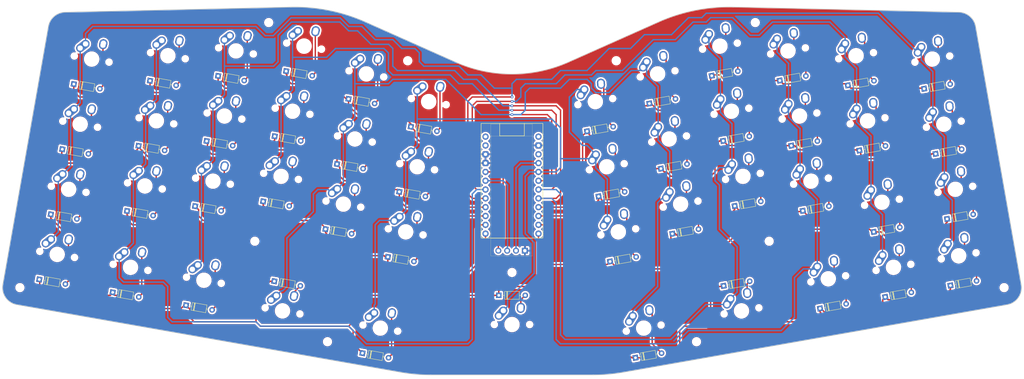
<source format=kicad_pcb>
(kicad_pcb (version 20221018) (generator pcbnew)
  (layers (0 "F.Cu" signal) (31 "B.Cu" signal) (34 "B.Paste" user) (35 "F.Paste" user) (36 "B.SilkS" user "B.Silkscreen") (37 "F.SilkS" user "F.Silkscreen") (38 "B.Mask" user) (39 "F.Mask" user) (44 "Edge.Cuts" user))
  (net 0 "")
  (net 1 "L1")
  (net 2 "Net-(D1-A)")
  (net 3 "Net-(D2-A)")
  (net 4 "Net-(D3-A)")
  (net 5 "Net-(D4-A)")
  (net 6 "Net-(D5-A)")
  (net 7 "Net-(D6-A)")
  (net 8 "L2")
  (net 9 "Net-(D7-A)")
  (net 10 "Net-(D8-A)")
  (net 11 "Net-(D9-A)")
  (net 12 "Net-(D10-A)")
  (net 13 "Net-(D11-A)")
  (net 14 "Net-(D12-A)")
  (net 15 "L3")
  (net 16 "Net-(D13-A)")
  (net 17 "Net-(D14-A)")
  (net 18 "Net-(D15-A)")
  (net 19 "Net-(D16-A)")
  (net 20 "Net-(D17-A)")
  (net 21 "Net-(D18-A)")
  (net 22 "L4")
  (net 23 "Net-(D19-A)")
  (net 24 "Net-(D20-A)")
  (net 25 "Net-(D21-A)")
  (net 26 "Net-(D23-A)")
  (net 27 "Net-(D24-A)")
  (net 28 "L5")
  (net 29 "Net-(D25-A)")
  (net 30 "Net-(D26-A)")
  (net 31 "Net-(D27-A)")
  (net 32 "Net-(D28-A)")
  (net 33 "Net-(D29-A)")
  (net 34 "Net-(D30-A)")
  (net 35 "L6")
  (net 36 "Net-(D31-A)")
  (net 37 "Net-(D32-A)")
  (net 38 "Net-(D33-A)")
  (net 39 "Net-(D34-A)")
  (net 40 "Net-(D35-A)")
  (net 41 "Net-(D36-A)")
  (net 42 "L7")
  (net 43 "Net-(D37-A)")
  (net 44 "Net-(D38-A)")
  (net 45 "Net-(D39-A)")
  (net 46 "Net-(D40-A)")
  (net 47 "Net-(D41-A)")
  (net 48 "Net-(D42-A)")
  (net 49 "L8")
  (net 50 "Net-(D43-A)")
  (net 51 "Net-(D44-A)")
  (net 52 "Net-(D45-A)")
  (net 53 "Net-(D46-A)")
  (net 54 "Net-(D47-A)")
  (net 55 "Net-(D22-A)")
  (net 56 "C1")
  (net 57 "C2")
  (net 58 "C3")
  (net 59 "C4")
  (net 60 "C5")
  (net 61 "C6")
  (net 64 "GND")
  (net 65 "VCC")
  (net 66 "SCL")
  (net 68 "SDA")
  (footprint "Diode_THT:D_DO-35_SOD27_P7.62mm_Horizontal" (layer "F.Cu") (at 310.597451 174.462304 10)
    (fp_text reference "D46" hide)
    (fp_text value "1N4148" hide)
  )
  (footprint "mx:MX-Alps-Hybrid-1U" (layer "F.Cu") (at 302.20939 104.950332 10)
    (fp_text reference "MX11" hide)
    (fp_text value "MX" hide)
  )
  (footprint "Diode_THT:D_DO-35_SOD27_P7.62mm_Horizontal" (layer "F.Cu") (at 242.737696 118.724241 10)
    (fp_text reference "D8" hide)
    (fp_text value "1N4148" hide)
  )
  (footprint "mx:MX-Alps-Hybrid-1U" (layer "F.Cu") (at 93.439618 165.922243 -10)
    (fp_text reference "MX38" hide)
    (fp_text value "MX" hide)
  )
  (footprint "MountingHole:MountingHole_2.2mm_M2" (layer "F.Cu") (at 344.797 171.7702)
    (fp_text reference "REF3" hide)
    (fp_text value "MountingHole_2.2mm_M2" hide)
  )
  (footprint "mx:MX-Alps-Hybrid-1U" (layer "F.Cu") (at 82.25795 105.918982 -10)
    (fp_text reference "MX1" hide)
    (fp_text value "MX" hide)
  )
  (footprint "mx:MX-Alps-Hybrid-1U" (layer "F.Cu") (at 203.2 182.4)
    (fp_text reference "MX42" hide)
    (fp_text value "MX" hide)
  )
  (footprint "mx:MX-Alps-Hybrid-1U" (layer "F.Cu") (at 294.199795 169.23024 10)
    (fp_text reference "MX45" hide)
    (fp_text value "MX" hide)
  )
  (footprint "Diode_THT:D_DO-35_SOD27_P7.62mm_Horizontal" (layer "F.Cu") (at 156.158071 117.401042 -10)
    (fp_text reference "D5" hide)
    (fp_text value "1N4148" hide)
  )
  (footprint "mx:MX-Alps-Hybrid-1U" (layer "F.Cu") (at 263.034216 102.186034 10)
    (fp_text reference "MX9" hide)
    (fp_text value "MX" hide)
  )
  (footprint "mx:MX-Alps-Hybrid-1U" (layer "F.Cu") (at 285.9298 122.328771 10)
    (fp_text reference "MX22" hide)
    (fp_text value "MX" hide)
  )
  (footprint "mx:MX-Alps-Hybrid-1U" (layer "F.Cu") (at 305.517388 123.71092 10)
    (fp_text reference "MX23" hide)
    (fp_text value "MX" hide)
  )
  (footprint "Diode_THT:D_DO-35_SOD27_P7.62mm_Horizontal" (layer "F.Cu") (at 321.779119 114.459044 10)
    (fp_text reference "D12" hide)
    (fp_text value "1N4148" hide)
  )
  (footprint "mx:MX-Alps-Hybrid-1U" (layer "F.Cu") (at 114.545279 169.64374 -10)
    (fp_text reference "MX39" hide)
    (fp_text value "MX" hide)
  )
  (footprint "mx:MX-Alps-Hybrid-1U" (layer "F.Cu") (at 324.142051 105.918982 10)
    (fp_text reference "MX12" hide)
    (fp_text value "MX" hide)
  )
  (footprint "mx:MX-Alps-Hybrid-1U" (layer "F.Cu") (at 137.169014 178.468884 -10)
    (fp_text reference "MX40" hide)
    (fp_text value "MX" hide)
  )
  (footprint "mx:MX-Alps-Hybrid-1U" (layer "F.Cu") (at 245.100628 110.184179 10)
    (fp_text reference "MX8" hide)
    (fp_text value "MX" hide)
  )
  (footprint "Diode_THT:D_DO-35_SOD27_P7.62mm_Horizontal" (layer "F.Cu") (at 231.420103 164.243561 10)
    (fp_text reference "D31" hide)
    (fp_text value "1N4148" hide)
  )
  (footprint "Diode_THT:D_DO-35_SOD27_P7.62mm_Horizontal" (layer "F.Cu") (at 263.979282 129.486684 10)
    (fp_text reference "D21" hide)
    (fp_text value "1N4148" hide)
  )
  (footprint "Diode_THT:D_DO-35_SOD27_P7.62mm_Horizontal" (layer "F.Cu") (at 99.049308 112.167195 -10)
    (fp_text reference "D2" hide)
    (fp_text value "1N4148" hide)
  )
  (footprint "mx:MX-Alps-Hybrid-1U" (layer "F.Cu") (at 136.74979 139.70721 -10)
    (fp_text reference "MX28" hide)
    (fp_text value "MX" hide)
  )
  (footprint "Diode_THT:D_DO-35_SOD27_P7.62mm_Horizontal" (layer "F.Cu") (at 238.727173 191.970943 10)
    (fp_text reference "D43" hide)
    (fp_text value "1N4148" hide)
  )
  (footprint "Diode_THT:D_DO-35_SOD27_P7.62mm_Horizontal" (layer "F.Cu") (at 112.0209 148.306222 -10)
    (fp_text reference "D27" hide)
    (fp_text value "1N4148" hide)
  )
  (footprint "MountingHole:MountingHole_2.2mm_M2" (layer "F.Cu") (at 233.2 106.4)
    (fp_text reference "REF1" hide)
    (fp_text value "MountingHole_2.2mm_M2" hide)
  )
  (footprint "mx:MX-Alps-Hybrid-1U" (layer "F.Cu") (at 282.621803 103.568184 10)
    (fp_text reference "MX10" hide)
    (fp_text value "MX" hide)
  )
  (footprint "mx:MX-Alps-Hybrid-1U" (layer "F.Cu") (at 327.450049 124.67957 10)
    (fp_text reference "MX24" hide)
    (fp_text value "MX" hide)
  )
  (footprint "Diode_THT:D_DO-35_SOD27_P7.62mm_Horizontal" (layer "F.Cu") (at 280.258871 112.108245 10)
    (fp_text reference "D10" hide)
    (fp_text value "1N4148" hide)
  )
  (footprint "mx:MX-Alps-Hybrid-1U" (layer "F.Cu") (at 123.778198 103.568184 -10)
    (fp_text reference "MX3" hide)
    (fp_text value "MX" hide)
  )
  (footprint "Diode_THT:D_DO-35_SOD27_P7.62mm_Horizontal" (layer "F.Cu") (at 264.089684 171.252022 10)
    (fp_text reference "D44" hide)
    (fp_text value "1N4148" hide)
  )
  (footprint "mx:MX-Alps-Hybrid-1U" (layer "F.Cu") (at 154.683377 147.705355 -10)
    (fp_text reference "MX29" hide)
    (fp_text value "MX" hide)
  )
  (footprint "Diode_THT:D_DO-35_SOD27_P7.62mm_Horizontal" (layer "F.Cu") (at 160.168593 190.647744 -10)
    (fp_text reference "D41" hide)
    (fp_text value "1N4148" hide)
  )
  (footprint "MountingHole:MountingHole_2.2mm_M2" (layer "F.Cu") (at 203.2 167.4)
    (fp_text reference "REF11" hide)
    (fp_text value "MountingHole_2.2mm_M2" hide)
  )
  (footprint "Diode_THT:D_DO-35_SOD27_P7.62mm_Horizontal" (layer "F.Cu") (at 283.566869 130.868833 10)
    (fp_text reference "D22" hide)
    (fp_text value "1N4148" hide)
  )
  (footprint "MountingHole:MountingHole_2.2mm_M2" (layer "F.Cu") (at 256.289258 187.351133)
    (fp_text reference "REF5" hide)
    (fp_text value "MountingHole_2.2mm_M2" hide)
  )
  (footprint "mx:MX-Alps-Hybrid-1U" (layer "F.Cu") (at 331.720971 162.614245 10)
    (fp_text reference "MX47" hide)
    (fp_text value "MX" hide)
  )
  (footprint "mx:MX-Alps-Hybrid-1U" (layer "F.Cu") (at 289.237799 141.089359 10)
    (fp_text reference "MX34" hide)
    (fp_text value "MX" hide)
  )
  (footprint "mx:MX-Alps-Hybrid-1U" (layer "F.Cu") (at 100.882613 123.710921 -10)
    (fp_text reference "MX14" hide)
    (fp_text value "MX" hide)
  )
  (footprint "Diode_THT:D_DO-35_SOD27_P7.62mm_Horizontal" (layer "F.Cu") (at 228.112105 145.482973 10)
    (fp_text reference "D19" hide)
    (fp_text value "1N4148" hide)
  )
  (footprint "Diode_THT:D_DO-35_SOD27_P7.62mm_Horizontal" (layer "F.Cu") (at 109.403977 176.860603 -10)
    (fp_text reference "D39" hide)
    (fp_text value "1N4148" hide)
  )
  (footprint "mx:MX-Alps-Hybrid-1U" (layer "F.Cu") (at 269.650211 139.70721 10)
    (fp_text reference "MX33" hide)
    (fp_text value "MX" hide)
  )
  (footprint "Diode_THT:D_DO-35_SOD27_P7.62mm_Horizontal" (layer "F.Cu") (at 92.433313 149.688371 -10)
    (fp_text reference "D26" hide)
    (fp_text value "1N4148" hide)
  )
  (footprint "mx:MX-Alps-Hybrid-1U" (layer "F.Cu") (at 165.309896 183.430881 -10)
    (fp_text reference "MX41" hide)
    (fp_text value "MX" hide)
  )
  (footprint "Diode_THT:D_DO-35_SOD27_P7.62mm_Horizontal" (layer "F.Cu") (at 224.804108 126.722386 10)
    (fp_text reference "D7" hide)
    (fp_text value "1N4148" hide)
  )
  (footprint "mx:MX-Alps-Hybrid-1U" (layer "F.Cu") (at 75.641954 143.440158 -10)
    (fp_text reference "MX25" hide)
    (fp_text value "MX" hide)
  )
  (footprint "mx:MX-Alps-Hybrid-1U" (layer "F.Cu") (at 266.342213 120.946622 10)
    (fp_text reference "MX21" hide)
    (fp_text value "MX" hide)
  )
  (footprint "mx:MX-Alps-Hybrid-1U" (layer "F.Cu") (at 330.758046 143.440158 10)
    (fp_text reference "MX36" hide)
    (fp_text value "MX" hide)
  )
  (footprint "Diode_THT:D_DO-35_SOD27_P7.62mm_Horizontal" (layer "F.Cu") (at 246.045694 137.484829 10)
    (fp_text reference "D20" hide)
    (fp_text value "1N4148" hide)
  )
  (footprint "mx:MX-Alps-Hybrid-1U" (layer "F.Cu") (at 230.475037 136.942912 10)
    (fp_text reference "MX19" hide)
    (fp_text value "MX" hide)
  )
  (footprint "mx:MX-Alps-Hybrid-1U" (layer "F.Cu") (at 251.716623 147.705354 10)
    (fp_text reference "MX32" hide)
    (fp_text value "MX" hide)
  )
  (footprint "Diode_THT:D_DO-35_SOD27_P7.62mm_Horizontal" (layer "F.Cu") (at 329.358039 171.154307 10)
    (fp_text reference "D47" hide)
    (fp_text value "1N4148" hide)
  )
  (footprint "Diode_THT:D_DO-35_SOD27_P7.62mm_Horizontal" (layer "F.Cu") (at 249.353691 156.245416 10)
    (fp_text reference "D32" hide)
    (fp_text value "1N4148" hide)
  )
  (footprint "Diode_THT:D_DO-35_SOD27_P7.62mm_Horizontal" (layer "F.Cu") (at 170.783661 144.159774 -10)
    (fp_text reference "D18" hide)
    (fp_text value "1N4148" hide)
  )
  (footprint "mx:MX-Alps-Hybrid-1U" (layer "F.Cu") (at 117.162202 141.089359 -10)
    (fp_text reference "MX27" hide)
    (fp_text value "MX" hide)
  )
  (footprint "Diode_THT:D_DO-35_SOD27_P7.62mm_Horizontal" (layer "F.Cu") (at 267.28728 148.247272 10)
    (fp_text reference "D33" hide)
    (fp_text value "1N4148" hide)
  )
  (footprint "MountingHole:MountingHole_2.2mm_M2" (layer "F.Cu") (at 150.110742 187.351133)
    (fp_text reference "REF6" hide)
    (fp_text value "MountingHole_2.2mm_M2" hide)
  )
  (footprint "Diode_THT:D_DO-35_SOD27_P7.62mm_Horizontal" (layer "F.Cu") (at 303.154456 132.250982 10)
    (fp_text reference "D23" hide)
    (fp_text value "1N4148" hide)
  )
  (footprint "mx:MX-Alps-Hybrid-1U" (layer "F.Cu") (at 140.057787 120.946622 -10)
    (fp_text reference "MX16" hide)
    (fp_text value "MX" hide)
  )
  (footprint "mx:MX-Alps-Hybrid-1U" (layer "F.Cu") (at 227.167039 118.182324 10)
    (fp_text reference "MX7" hide)
    (fp_text value "MX" hide)
  )
  (footprint "mx:MX-Alps-Hybrid-1U" (layer "F.Cu") (at 233.783035 155.703499 10)
    (fp_text reference "MX31" hide)
    (fp_text value "MX" hide)
  )
  (footprint "Diode_THT:D_DO-35_SOD27_P7.62mm_Horizontal" (layer "F.Cu") (at 138.224483 109.402897 -10)
    (fp_text reference "D4" hide)
    (fp_text value "1N4148" hide)
  )
  (footprint "mx:MX-Alps-Hybrid-1U" (layer "F.Cu") (at 175.924964 136.942912 -10)
    (fp_text reference "MX18" hide)
    (fp_text value "MX" hide)
  )
  (footprint "MountingHole:MountingHole_2.2mm_M2" (layer "F.Cu") (at 277.2 158.4)
    (fp_text reference "REF4" hide)
    (fp_text value "MountingHole_2.2mm_M2" hide)
  )
  (footprint "mx:MX-Alps-Hybrid-1U" (layer "F.Cu") (at 78.949952 124.67957 -10)
    (fp_text reference "MX13" hide)
    (fp_text value "MX" hide)
  )
  (footprint "Diode_THT:D_DO-35_SOD27_P7.62mm_Horizontal" (layer "F.Cu") (at 118.636896 110.785046 -10)
    (fp_text reference "D3" hide)
    (fp_text value "1N4148" hide)
  )
  (footprint "MountingHole:MountingHole_2.2mm_M2" (layer "F.Cu") (at 133.2 95.4)
    (fp_text reference "REF9" hide)
    (fp_text value "MountingHole_2.2mm_M2" hide)
  )
  (footprint "Diode_THT:D_DO-35_SOD27_P7.62mm_Horizontal" (layer "F.Cu") (at 67.192654 169.417608 -10)
    (fp_text reference "D37" hide)
    (fp_text value "1N4148" hide)
  )
  (footprint "mx:MX-Alps-Hybrid-1U" (layer "F.Cu") (at 309.652385 147.161655 10)
    (fp_text reference "MX35" hide)
    (fp_text value "MX" hide)
  )
  (footprint "Diode_THT:D_DO-35_SOD27_P7.62mm_Horizontal" (layer "F.Cu") (at 88.298316 173.139105 -10)
    (fp_text reference "D38" hide)
    (fp_text value "1N4148" hide)
  )
  (footprint "Diode_THT:D_DO-35_SOD27_P7.62mm_Horizontal" (layer "F.Cu") (at 115.328898 129.545634 -10)
    (fp_text reference "D15" hide)
    (fp_text value "1N4148" hide)
  )
  (footprint "mx:MX-Alps-Hybrid-1U" (layer "F.Cu") (at 72.333957 162.200745 -10)
    (fp_text reference "MX37" hide)
    (fp_text value "MX" hide)
  )
  (footprint "Diode_THT:D_DO-35_SOD27_P7.62mm_Horizontal" (layer "F.Cu") (at 199.39 173.99)
    (fp_text reference "D42" hide)
    (fp_text value "1N4148" hide)
  )
  (footprint "Diode_THT:D_DO-35_SOD27_P7.62mm_Horizontal" (layer "F.Cu") (at 152.850073 136.16163 -10)
    (fp_text reference "D17" hide)
    (fp_text value "1N4148" hide)
  )
  (footprint "mx:MX-Alps-Hybrid-1U" (layer "F.Cu") (at 120.4702 122.328771 -10)
    (fp_text reference "MX15" hide)
    (fp_text value "MX" hide)
  )
  (footprint "Diode_THT:D_DO-35_SOD27_P7.62mm_Horizontal" (layer "F.Cu") (at 328.395115 151.980219 10)
    (fp_text reference "D36" hide)
    (fp_text value "1N4148" hide)
  )
  (footprint "mx:MX-Alps-Hybrid-1U" (layer "F.Cu") (at 104.190611 104.950333 -10)
    (fp_text reference "MX2" hide)
    (fp_text value "MX" hide)
  )
  (footprint "mx:MX-Alps-Hybrid-1U" (layer "F.Cu") (at 241.090105 183.430881 10)
    (fp_text reference "MX43" hide)
    (fp_text value "MX" hide)
  )
  (footprint "Diode_THT:D_DO-35_SOD27_P7.62mm_Horizontal" (layer "F.Cu") (at 95.741311 130.927783 -10)
    (fp_text reference "D14" hide)
    (fp_text value "1N4148" hide)
  )
  (footprint "Diode_THT:D_DO-35_SOD27_P7.62mm_Horizontal" (layer "F.Cu") (at 307.289453 155.701717 10)
    (fp_text reference "D35" hide)
    (fp_text value "1N4148" hide)
  )
  (footprint "Diode_THT:D_DO-35_SOD27_P7.62mm_Horizontal" (layer "F.Cu") (at 260.671284 110.726096 10)
    (fp_text reference "D9" hide)
    (fp_text value "1N4148" hide)
  )
  (footprint "Diode_THT:D_DO-35_SOD27_P7.62mm_Horizontal" (layer "F.Cu") (at 70.500652 150.65702 -10)
    (fp_text reference "D25" hide)
    (fp_text value "1N4148" hide)
  )
  (footprint "Diode_THT:D_DO-35_SOD27_P7.62mm_Horizontal" (layer "F.Cu") (at 134.806083 169.928823 -10)
    (fp_text reference "D40" hide)
    (fp_text value "1N4148" hide)
  )
  (footprint "Diode_THT:D_DO-35_SOD27_P7.62mm_Horizontal" (layer "F.Cu") (at 325.087117 133.219632 10)
    (fp_text reference "D24" hide)
    (fp_text value "1N4148" hide)
  )
  (footprint "PCM_marbastlib-xp-promicroish:ProMicro_USBup" (layer "F.Cu") (at 203.2 142.24)
    (fp_text reference "U1" hide)
    (fp_text value "ProMicro" hide)
  )
  (footprint "Diode_THT:D_DO-35_SOD27_P7.62mm_Horizontal" (layer "F.Cu") (at 73.80865 131.896433 -10)
    (fp_text reference "D13" hide)
    (fp_text value "1N4148" hide)
  )
  (footprint "MountingHole:MountingHole_2.2mm_M2" (layer "F.Cu") (at 173.2 106.4)
    (fp_text reference "REF10" hide)
    (fp_text value "MountingHole_2.2mm_M2" hide)
  )
  (footprint "Diode_THT:D_DO-35_SOD27_P7.62mm_Horizontal" (layer "F.Cu") (at 299.846458 113.490394 10)
    (fp_text reference "D11" hide)
    (fp_text value "1N4148" hide)
  )
  (footprint "mx:MX-Alps-Hybrid-1U" (layer "F.Cu") (at 157.991376 128.944767 -10)
    (fp_text reference "MX17" hide)
    (fp_text value "MX" hide)
  )
  (footprint "mx:MX-Alps-Hybrid-1U" (layer "F.Cu") (at 269.230986 178.468884 10)
    (fp_text reference "MX44" hide)
    (fp_text value "MX" hide)
  )
  (footprint "Diode_THT:D_DO-35_SOD27_P7.62mm_Horizontal" (layer "F.Cu") (at 291.836863 177.770302 10)
    (fp_text reference "D45" hide)
    (fp_text value "1N4148" hide)
  )
  (footprint "Diode_THT:D_DO-35_SOD27_P7.62mm_Horizontal" (layer "F.Cu") (at 131.608487 146.924073 -10)
    (fp_text reference "D28" hide)
    (fp_text value "1N4148" hide)
  )
  (footprint "mx:MX-Alps-Hybrid-1U" (layer "F.Cu") (at 312.960383 165.922243 10)
    (fp_text reference "MX46" hide)
    (fp_text value "MX" hide)
  )
  (footprint "Diode_THT:D_DO-35_SOD27_P7.62mm_Horizontal" (layer "F.Cu") (at 167.475664 162.920362 -10)
    (fp_text reference "D30" hide)
    (fp_text value "1N4148" hide)
  )
  (footprint "MountingHole:MountingHole_2.2mm_M2" (layer "F.Cu") (at 273.2 95.4)
    (fp_text reference "REF2" hide)
    (fp_text value "MountingHole_2.2mm_M2" hide)
  )
  (footprint "mx:MX-Alps-Hybrid-1U" (layer "F.Cu") (at 161.299373 110.184179 -10)
    (fp_text reference "MX5" hide)
    (fp_text value "MX" hide)
  )
  (footprint "Diode_THT:D_DO-35_SOD27_P7.62mm_Horizontal" (layer "F.Cu") (at 174.091659 125.399187 -10)
    (fp_text reference "D6" hide)
    (fp_text value "1N4148" hide)
  )
  (footprint "Diode_THT:D_DO-35_SOD27_P7.62mm_Horizontal" (layer "F.Cu") (at 77.116648 113.135845 -10)
    (fp_text reference "D1" hide)
    (fp_text value "1N4148" hide)
  )
  (footprint "Diode_THT:D_DO-35_SOD27_P7.62mm_Horizontal" (layer "F.Cu") (at 149.542075 154.922217 -10)
    (fp_text reference "D29" hide)
    (fp_text value "1N4148" hide)
  )
  (footprint "mx:MX-Alps-Hybrid-1U" (layer "F.Cu") (at 248.408625 128.944767 10)
    (fp_text reference "MX20" hide)
    (fp_text value "MX" hide)
  )
  (footprint "mx:MX-Alps-Hybrid-1U" (layer "F.Cu") (at 143.365785 102.186034 -10)
    (fp_text reference "MX4" hide)
    (fp_text value "MX" hide)
  )
  (footprint "MountingHole:MountingHole_2.2mm_M2" (layer "F.Cu") (at 129.2 158.4)
    (fp_text reference "REF7" hide)
    (fp_text value "MountingHole_2.2mm_M2" hide)
  )
  (footprint "Diode_THT:D_DO-35_SOD27_P7.62mm_Horizontal" (layer "F.Cu") (at 134.916485 128.163485 -10)
    (fp_text reference "D16" hide)
    (fp_text value "1N4148" hide)
  )
  (footprint "MountingHole:MountingHole_2.2mm_M2" (layer "F.Cu") (at 61.603 171.7702)
    (fp_text reference "REF8" hide)
    (fp_text value "MountingHole_2.2mm_M2" hide)
  )
  (footprint "Diode_THT:D_DO-35_SOD27_P7.62mm_Horizontal" (layer "F.Cu") (at 286.874867 149.629421 10)
    (fp_text reference "D34" hide)
    (fp_text value "1N4148" hide)
  )
  (footprint "mx:MX-Alps-Hybrid-1U" (layer "F.Cu") (at 97.574615 142.471508 -10)
    (fp_text reference "MX26" hide)
    (fp_text value "MX" hide)
  )
  (footprint "mx:MX-Alps-Hybrid-1U" (layer "F.Cu") (at 172.616966 155.703499 -10)
    (fp_text reference "MX30" hide)
    (fp_text value "MX" hide)
  )
  (footprint "oled:SSD1306-0.91-OLED-4pin-128x32" (layer "F.Cu") (at 209.085 124.625 -90)
    (fp_text reference "J1" hide)
    (fp_text value "Screw_Terminal_01x04" hide)
  )
  (footprint "mx:MX-Alps-Hybrid-1U" (layer "F.Cu") (at 179.232961 118.182324 -10)
    (fp_text reference "MX6" hide)
    (fp_text value "MX" hide)
  )
  (gr_arc (start 219.492578 106.767698) (mid 203.2 110.236179) (end 186.907422 106.767698) (stroke (width 0.2)) (layer "Edge.Cuts"))
  (gr_line (start 336.610107 96.545941) (end 349.72108 170.901967) (stroke (width 0.2)) (layer "Edge.Cuts"))
  (gr_line (start 235.238957 196.165388) (end 345.665282 176.694247) (stroke (width 0.2)) (layer "Edge.Cuts"))
  (gr_arc (start 235.238957 196.165388) (mid 230.914335 196.734739) (end 226.556548 196.925) (stroke (width 0.2)) (layer "Edge.Cuts"))
  (gr_arc (start 139.578356 90.929644) (mid 150.572735 91.896674) (end 161.087111 95.252178) (stroke (width 0.2)) (layer "Edge.Cuts"))
  (gr_line (start 74.599629 92.415488) (end 139.578356 90.929644) (stroke (width 0.2)) (layer "Edge.Cuts"))
  (gr_line (start 331.800371 92.415488) (end 266.821644 90.929644) (stroke (width 0.2)) (layer "Edge.Cuts"))
  (gr_arc (start 245.312889 95.252178) (mid 255.827265 91.896677) (end 266.821644 90.929644) (stroke (width 0.2)) (layer "Edge.Cuts"))
  (gr_arc (start 331.800371 92.415488) (mid 334.943602 93.620935) (end 336.610107 96.545941) (stroke (width 0.2)) (layer "Edge.Cuts"))
  (gr_line (start 161.087111 95.252178) (end 186.907422 106.767698) (stroke (width 0.2)) (layer "Edge.Cuts"))
  (gr_arc (start 69.789893 96.545941) (mid 71.456421 93.620949) (end 74.599629 92.415488) (stroke (width 0.2)) (layer "Edge.Cuts"))
  (gr_line (start 171.161043 196.165388) (end 60.734718 176.694247) (stroke (width 0.2)) (layer "Edge.Cuts"))
  (gr_line (start 245.312889 95.252178) (end 219.492578 106.767698) (stroke (width 0.2)) (layer "Edge.Cuts"))
  (gr_line (start 179.843452 196.925) (end 226.556548 196.925) (stroke (width 0.2)) (layer "Edge.Cuts"))
  (gr_arc (start 60.734718 176.694247) (mid 57.507198 174.638091) (end 56.67892 170.901967) (stroke (width 0.2)) (layer "Edge.Cuts"))
  (gr_arc (start 179.843452 196.925) (mid 175.485665 196.734735) (end 171.161043 196.165388) (stroke (width 0.2)) (layer "Edge.Cuts"))
  (gr_arc (start 349.72108 170.901967) (mid 348.892799 174.638095) (end 345.665282 176.694247) (stroke (width 0.2)) (layer "Edge.Cuts"))
  (gr_line (start 69.789893 96.545941) (end 56.67892 170.901967) (stroke (width 0.2)) (layer "Edge.Cuts"))
  (segment (start 176.53 129.54) (end 175.26 128.27) (width 0.4) (layer "F.Cu") (net 1))
  (segment (start 175.26 128.27) (end 175.26 126.567528) (width 0.4) (layer "F.Cu") (net 1))
  (segment (start 77.116648 113.135845) (end 77.116648 115.216648) (width 0.4) (layer "F.Cu") (net 1))
  (segment (start 118.636896 112.286896) (end 118.636896 110.785046) (width 0.4) (layer "F.Cu") (net 1))
  (segment (start 105.41 115.57) (end 100.33 115.57) (width 0.4) (layer "F.Cu") (net 1))
  (segment (start 186.69 147.32) (end 186.69 130.81) (width 0.4) (layer "F.Cu") (net 1))
  (segment (start 135.89 114.3) (end 120.65 114.3) (width 0.4) (layer "F.Cu") (net 1))
  (segment (start 149.86 113.03) (end 139.7 113.03) (width 0.4) (layer "F.Cu") (net 1))
  (segment (start 78.74 116.84) (end 96.52 116.84) (width 0.4) (layer "F.Cu") (net 1))
  (segment (start 158.75 121.92) (end 156.158071 119.328071) (width 0.4) (layer "F.Cu") (net 1))
  (segment (start 171.45 121.92) (end 158.75 121.92) (width 0.4) (layer "F.Cu") (net 1))
  (segment (start 139.7 113.03) (end 138.43 111.76) (width 0.4) (layer "F.Cu") (net 1))
  (segment (start 174.091659 125.399187) (end 174.091659 124.561659) (width 0.4) (layer "F.Cu") (net 1))
  (segment (start 138.224483 110.284483) (end 138.224483 109.402897) (width 0.4) (layer "F.Cu") (net 1))
  (segment (start 100.33 115.57) (end 99.06 114.3) (width 0.4) (layer "F.Cu") (net 1))
  (segment (start 96.52 116.84) (end 99.06 114.3) (width 0.4) (layer "F.Cu") (net 1))
  (segment (start 156.158071 119.328071) (end 156.158071 117.401042) (width 0.4) (layer "F.Cu") (net 1))
  (segment (start 156.158071 117.401042) (end 155.501042 117.401042) (width 0.4) (layer "F.Cu") (net 1))
  (segment (start 175.26 126.567528) (end 174.091659 125.399187) (width 0.4) (layer "F.Cu") (net 1))
  (segment (start 195.58 148.59) (end 187.96 148.59) (width 0.4) (layer "F.Cu") (net 1))
  (segment (start 106.68 116.84) (end 105.41 115.57) (width 0.4) (layer "F.Cu") (net 1))
  (segment (start 118.636896 112.286896) (end 118.636896 112.503104) (width 0.4) (layer "F.Cu") (net 1))
  (segment (start 138.43 111.76) (end 135.89 114.3) (width 0.4) (layer "F.Cu") (net 1))
  (segment (start 174.091659 124.561659) (end 171.45 121.92) (width 0.4) (layer "F.Cu") (net 1))
  (segment (start 138.43 111.76) (end 138.43 110.49) (width 0.4) (layer "F.Cu") (net 1))
  (segment (start 118.636896 112.503104) (end 114.3 116.84) (width 0.4) (layer "F.Cu") (net 1))
  (segment (start 153.67 116.84) (end 149.86 113.03) (width 0.4) (layer "F.Cu") (net 1))
  (segment (start 155.501042 117.401042) (end 154.94 116.84) (width 0.4) (layer "F.Cu") (net 1))
  (segment (start 154.94 116.84) (end 153.67 116.84) (width 0.4) (layer "F.Cu") (net 1))
  (segment (start 187.96 148.59) (end 186.69 147.32) (width 0.4) (layer "F.Cu") (net 1))
  (segment (start 114.3 116.84) (end 106.68 116.84) (width 0.4) (layer "F.Cu") (net 1))
  (segment (start 185.42 129.54) (end 176.53 129.54) (width 0.4) (layer "F.Cu") (net 1))
  (segment (start 99.049308 114.289308) (end 99.049308 112.167195) (width 0.4) (layer "F.Cu") (net 1))
  (segment (start 77.116648 115.216648) (end 78.74 116.84) (width 0.4) (layer "F.Cu") (net 1))
  (segment (start 99.06 114.3) (end 99.049308 114.289308) (width 0.4) (layer "F.Cu") (net 1))
  (segment (start 120.65 114.3) (end 118.636896 112.286896) (width 0.4) (layer "F.Cu") (net 1))
  (segment (start 186.69 130.81) (end 185.42 129.54) (width 0.4) (layer "F.Cu") (net 1))
  (segment (start 138.43 110.49) (end 138.224483 110.284483) (width 0.4) (layer "F.Cu") (net 1))
  (segment (start 85.501386 113.578541) (end 84.620883 114.459044) (width 0.4) (layer "F.Cu") (net 2))
  (segment (start 85.501386 101.921468) (end 85.501386 113.578541) (width 0.4) (layer "F.Cu") (net 2))
  (segment (start 107.434047 112.60989) (end 106.553543 113.490394) (width 0.4) (layer "F.Cu") (net 3))
  (segment (start 107.434047 100.952819) (end 107.434047 112.60989) (width 0.4) (layer "F.Cu") (net 3))
  (segment (start 127.021634 99.57067) (end 127.021634 111.227742) (width 0.4) (layer "F.Cu") (net 4))
  (segment (start 127.021634 111.227742) (end 126.141131 112.108245) (width 0.4) (layer "F.Cu") (net 4))
  (segment (start 146.609221 109.845593) (end 145.728718 110.726096) (width 0.4) (layer "F.Cu") (net 5))
  (segment (start 146.609221 98.18852) (end 146.609221 109.845593) (width 0.4) (layer "F.Cu") (net 5))
  (segment (start 164.542809 106.186665) (end 164.542809 117.843738) (width 0.4) (layer "F.Cu") (net 6))
  (segment (start 164.542809 117.843738) (end 163.662306 118.724241) (width 0.4) (layer "F.Cu") (net 6))
  (segment (start 182.476397 125.841883) (end 181.595894 126.722386) (width 0.4) (layer "F.Cu") (net 7))
  (segment (start 182.476397 114.18481) (end 182.476397 125.841883) (width 0.4) (layer "F.Cu") (net 7))
  (segment (start 152.850073 133.800073) (end 152.850073 136.16163) (width 0.4) (layer "F.Cu") (net 8))
  (segment (start 132.08 133.35) (end 134.62 130.81) (width 0.4) (layer "F.Cu") (net 8))
  (segment (start 172.72 148.59) (end 170.783661 146.653661) (width 0.4) (layer "F.Cu") (net 8))
  (segment (start 170.18 143.51) (end 166.37 143.51) (width 0.4) (layer "F.Cu") (net 8))
  (segment (start 95.741311 131.301311) (end 99.06 134.62) (width 0.4) (layer "F.Cu") (net 8))
  (segment (start 134.62 130.81) (end 135.89 132.08) (width 0.4) (layer "F.Cu") (net 8))
  (segment (start 170.783661 144.159774) (end 170.18 143.556113) (width 0.4) (layer "F.Cu") (net 8))
  (segment (start 181.61 151.13) (end 179.07 148.59) (width 0.4) (layer "F.Cu") (net 8))
  (segment (start 163.83 140.97) (end 166.37 143.51) (width 0.4) (layer "F.Cu") (net 8))
  (segment (start 91.44 135.89) (end 95.741311 131.588689) (width 0.4) (layer "F.Cu") (net 8))
  (segment (start 134.62 130.81) (end 134.62 129.54) (width 0.4) (layer "F.Cu") (net 8))
  (segment (start 154.94 140.97) (end 163.83 140.97) (width 0.4) (layer "F.Cu") (net 8))
  (segment (start 170.18 143.556113) (end 170.18 143.51) (width 0.4) (layer "F.Cu") (net 8))
  (segment (start 179.07 148.59) (end 172.72 148.59) (width 0.4) (layer "F.Cu") (net 8))
  (segment (start 115.57 132.08) (end 113.03 134.62) (width 0.4) (layer "F.Cu") (net 8))
  (segment (start 195.58 151.13) (end 181.61 151.13) (width 0.4) (layer "F.Cu") (net 8))
  (segment (start 135.89 132.08) (end 151.13 132.08) (width 0.4) (layer "F.Cu") (net 8))
  (segment (start 113.03 134.62) (end 99.06 134.62) (width 0.4) (layer "F.Cu") (net 8))
  (segment (start 170.783661 146.653661) (end 170.783661 144.159774) (width 0.4) (layer "F.Cu") (net 8))
  (segment (start 134.62 129.54) (end 134.916485 129.243515) (width 0.4) (layer "F.Cu") (net 8))
  (segment (start 95.741311 131.588689) (end 95.741311 130.927783) (width 0.4) (layer "F.Cu") (net 8))
  (segment (start 115.57 129.54) (end 115.57 132.08) (width 0.4) (layer "F.Cu") (net 8))
  (segment (start 74.93 135.89) (end 91.44 135.89) (width 0.4) (layer "F.Cu") (net 8))
  (segment (start 151.13 132.08) (end 152.850073 133.800073) (width 0.4) (layer "F.Cu") (net 8))
  (segment (start 73.66 134.62) (end 74.93 135.89) (width 0.4) (layer "F.Cu") (net 8))
  (segment (start 152.850073 136.340073) (end 153.67 137.16) (width 0.4) (layer "F.Cu") (net 8))
  (segment (start 116.84 133.35) (end 132.08 133.35) (width 0.4) (layer "F.Cu") (net 8))
  (segment (start 134.916485 129.243515) (end 134.916485 128.163485) (width 0.4) (layer "F.Cu") (net 8))
  (segment (start 153.67 137.16) (end 153.67 139.7) (width 0.4) (layer "F.Cu") (net 8))
  (segment (start 115.57 132.08) (end 116.84 133.35) (width 0.4) (layer "F.Cu") (net 8))
  (segment (start 153.67 139.7) (end 154.94 140.97) (width 0.4) (layer "F.Cu") (net 8))
  (segment (start 73.66 132.08) (end 73.66 134.62) (width 0.4) (layer "F.Cu") (net 8))
  (segment (start 229.610939 114.079866) (end 229.610939 122.701783) (width 0.4) (layer "F.Cu") (net 9))
  (segment (start 228.847642 113.316569) (end 229.610939 114.079866) (width 0.4) (layer "F.Cu") (net 9))
  (segment (start 229.610939 122.701783) (end 232.308343 125.399187) (width 0.4) (layer "F.Cu") (net 9))
  (segment (start 246.781231 105.318424) (end 247.544528 106.081721) (width 0.4) (layer "F.Cu") (net 10))
  (segment (start 247.544528 114.703639) (end 250.241931 117.401042) (width 0.4) (layer "F.Cu") (net 10))
  (segment (start 247.544528 106.081721) (end 247.544528 114.703639) (width 0.4) (layer "F.Cu") (net 10))
  (segment (start 264.714819 99.821431) (end 268.175519 103.282131) (width 0.4) (layer "F.Cu") (net 11))
  (segment (start 268.175519 103.282131) (end 268.175519 109.402897) (width 0.4) (layer "F.Cu") (net 11))
  (segment (start 264.714819 97.320279) (end 264.714819 99.821431) (width 0.4) (layer "F.Cu") (net 11))
  (segment (start 284.302406 98.702429) (end 284.302406 101.79259) (width 0.4) (layer "F.Cu") (net 12))
  (segment (start 287.763106 105.25329) (end 287.763106 110.785046) (width 0.4) (layer "F.Cu") (net 12))
  (segment (start 284.302406 101.79259) (end 287.763106 105.25329) (width 0.4) (layer "F.Cu") (net 12))
  (segment (start 303.889993 100.084577) (end 304.65329 100.847874) (width 0.4) (layer "F.Cu") (net 13))
  (segment (start 304.65329 100.847874) (end 304.65329 109.469792) (width 0.4) (layer "F.Cu") (net 13))
  (segment (start 304.65329 109.469792) (end 307.350693 112.167195) (width 0.4) (layer "F.Cu") (net 13))
  (segment (start 329.283354 107.015079) (end 329.283354 113.135845) (width 0.4) (layer "F.Cu") (net 14))
  (segment (start 325.822654 103.554379) (end 329.283354 107.015079) (width 0.4) (layer "F.Cu") (net 14))
  (segment (start 325.822654 101.053227) (end 325.822654 103.554379) (width 0.4) (layer "F.Cu") (net 14))
  (segment (start 113.03 149.315322) (end 112.0209 148.306222) (width 0.4) (layer "F.Cu") (net 15))
  (segment (start 149.542075 155.892075) (end 149.542075 154.922217) (width 0.4) (layer "F.Cu") (net 15))
  (segment (start 131.608487 148.118487) (end 131.608487 146.924073) (width 0.4) (layer "F.Cu") (net 15))
  (segment (start 93.98 153.67) (end 110.49 153.67) (width 0.4) (layer "F.Cu") (net 15))
  (segment (start 194.31 153.67) (end 193.04 154.94) (width 0.4) (layer "F.Cu") (net 15))
  (segment (start 193.04 165.1) (end 190.5 167.64) (width 0.4) (layer "F.Cu") (net 15))
  (segment (start 167.475664 162.920362) (end 166.730362 162.920362) (width 0.4) (layer "F.Cu") (net 15))
  (segment (start 92.71 152.4) (end 92.71 151.13) (width 0.4) (layer "F.Cu") (net 15))
  (segment (start 166.37 162.56) (end 151.13 162.56) (width 0.4) (layer "F.Cu") (net 15))
  (segment (start 151.13 162.56) (end 149.86 161.29) (width 0.4) (layer "F.Cu") (net 15))
  (segment (start 190.5 167.64) (end 170.18 167.64) (width 0.4) (layer "F.Cu") (net 15))
  (segment (start 132.08 151.13) (end 132.08 148.59) (width 0.4) (layer "F.Cu") (net 15))
  (segment (start 147.32 152.4) (end 133.35 152.4) (width 0.4) (layer "F.Cu") (net 15))
  (segment (start 92.71 152.4) (end 93.98 153.67) (width 0.4) (layer "F.Cu") (net 15))
  (segment (start 132.08 151.13) (end 130.81 152.4) (width 0.4) (layer "F.Cu") (net 15))
  (segment (start 113.03 151.13) (end 110.49 153.67) (width 0.4) (layer "F.Cu") (net 15))
  (segment (start 90.17 154.94) (end 73.66 154.94) (width 0.4) (layer "F.Cu") (net 15))
  (segment (start 193.04 154.94) (end 193.04 165.1) (width 0.4) (layer "F.Cu") (net 15))
  (segment (start 149.86 156.21) (end 149.542075 155.892075) (width 0.4) (layer "F.Cu") (net 15))
  (segment (start 70.500652 151.780652) (end 70.500652 150.65702) (width 0.4) (layer "F.Cu") (net 15))
  (segment (start 114.3 152.4) (end 113.03 151.13) (width 0.4) (layer "F.Cu") (net 15))
  (segment (start 149.86 161.29) (end 149.86 156.21) (width 0.4) (layer "F.Cu") (net 15))
  (segment (start 92.433313 150.853313) (end 92.433313 149.688371) (width 0.4) (layer "F.Cu") (net 15))
  (segment (start 133.35 152.4) (end 132.08 151.13) (width 0.4) (layer "F.Cu") (net 15))
  (segment (start 92.71 151.13) (end 92.433313 150.853313) (width 0.4) (layer "F.Cu") (net 15))
  (segment (start 167.475664 164.935664) (end 167.475664 162.920362) (width 0.4) (layer "F.Cu") (net 15))
  (segment (start 92.71 152.4) (end 90.17 154.94) (width 0.4) (layer "F.Cu") (net 15))
  (segment (start 130.81 152.4) (end 114.3 152.4) (width 0.4) (layer "F.Cu") (net 15))
  (segment (start 113.03 151.13) (end 113.03 149.315322) (width 0.4) (layer "F.Cu") (net 15))
  (segment (start 170.18 167.64) (end 167.475664 164.935664) (width 0.4) (layer "F.Cu") (net 15))
  (segment (start 149.542075 154.622075) (end 147.32 152.4) (width 0.4) (layer "F.Cu") (net 15))
  (segment (start 73.66 154.94) (end 70.500652 151.780652) (width 0.4) (layer "F.Cu") (net 15))
  (segment (start 166.730362 162.920362) (end 166.37 162.56) (width 0.4) (layer "F.Cu") (net 15))
  (segment (start 195.58 153.67) (end 194.31 153.67) (width 0.4) (layer "F.Cu") (net 15))
  (segment (start 132.08 148.59) (end 131.608487 148.118487) (width 0.4) (layer "F.Cu") (net 15))
  (segment (start 82.193388 132.339129) (end 81.312885 133.219632) (width 0.4) (layer "F.Cu") (net 16))
  (segment (start 82.193388 120.682056) (end 82.193388 132.339129) (width 0.4) (layer "F.Cu") (net 16))
  (segment (start 104.126049 131.370479) (end 103.245546 132.250982) (width 0.4) (layer "F.Cu") (net 17))
  (segment (start 104.126049 119.713407) (end 104.126049 131.370479) (width 0.4) (layer "F.Cu") (net 17))
  (segment (start 123.713636 118.331257) (end 123.713636 129.98833) (width 0.4) (layer "F.Cu") (net 18))
  (segment (start 123.713636 129.98833) (end 122.833133 130.868833) (width 0.4) (layer "F.Cu") (net 18))
  (segment (start 143.301223 116.949108) (end 143.301223 128.606181) (width 0.4) (layer "F.Cu") (net 19))
  (segment (start 143.301223 128.606181) (end 142.42072 129.486684) (width 0.4) (layer "F.Cu") (net 19))
  (segment (start 160.354308 137.484829) (end 161.234812 136.604325) (width 0.4) (layer "F.Cu") (net 20))
  (segment (start 161.234812 136.604325) (end 161.234812 124.947253) (width 0.4) (layer "F.Cu") (net 20))
  (segment (start 179.1684 144.602469) (end 178.287896 145.482973) (width 0.4) (layer "F.Cu") (net 21))
  (segment (start 179.1684 132.945398) (end 179.1684 144.602469) (width 0.4) (layer "F.Cu") (net 21))
  (segment (start 157.48 181.61) (end 157.48 176.53) (width 0.4) (layer "F.Cu") (net 22))
  (segment (start 88.298316 173.321684) (end 87.63 173.99) (width 0.4) (layer "F.Cu") (net 22))
  (segment (start 111.76 181.61) (end 110.49 180.34) (width 0.4) (layer "F.Cu") (net 22))
  (segment (start 195.58 156.21) (end 195.58 171.45) (width 0.4) (layer "F.Cu") (net 22))
  (segment (start 110.343374 177.8) (end 109.403977 176.860603) (width 0.4) (layer "F.Cu") (net 22))
  (segment (start 133.601177 169.928823) (end 134.806083 169.928823) (width 0.4) (layer "F.Cu") (net 22))
  (segment (start 129.54 181.61) (end 129.54 171.45) (width 0.4) (layer "F.Cu") (net 22))
  (segment (start 88.9 173.99) (end 88.298316 173.388316) (width 0.4) (layer "F.Cu") (net 22))
  (segment (start 129.54 181.61) (end 111.76 181.61) (width 0.4) (layer "F.Cu") (net 22))
  (segment (start 87.63 173.99) (end 68.58 173.99) (width 0.4) (layer "F.Cu") (net 22))
  (segment (start 90.17 173.99) (end 88.9 173.99) (width 0.4) (layer "F.Cu") (net 22))
  (segment (start 133.35 170.18) (end 133.601177 169.928823) (width 0.4) (layer "F.Cu") (net 22))
  (segment (start 193.04 173.99) (end 195.58 171.45) (width 0.4) (layer "F.Cu") (net 22))
  (segment (start 157.48 176.53) (end 160.02 173.99) (width 0.4) (layer "F.Cu") (net 22))
  (segment (start 160.167744 190.647744) (end 157.48 187.96) (width 0.4) (layer "F.Cu") (net 22))
  (segment (start 110.49 177.8) (end 110.343374 177.8) (width 0.4) (layer "F.Cu") (net 22))
  (segment (start 91.44 175.26) (end 90.17 173.99) (width 0.4) (layer "F.Cu") (net 22))
  (segment (start 129.54 171.45) (end 130.81 170.18) (width 0.4) (layer "F.Cu") (net 22))
  (segment (start 157.48 187.96) (end 157.48 184.15) (width 0.4) (layer "F.Cu") (net 22))
  (segment (start 157.48 181.61) (end 156.21 182.88) (width 0.4) (layer "F.Cu") (net 22))
  (segment (start 92.71 177.8) (end 91.44 176.53) (width 0.4) (layer "F.Cu") (net 22))
  (segment (start 108.889397 176.860603) (end 107.95 177.8) (width 0.4) (layer "F.Cu") (net 22))
  (segment (start 193.04 173.99) (end 160.02 173.99) (width 0.4) (layer "F.Cu") (net 22))
  (segment (start 107.95 177.8) (end 92.71 177.8) (width 0.4) (layer "F.Cu") (net 22))
  (segment (start 110.49 180.34) (end 110.49 177.8) (width 0.4) (layer "F.Cu") (net 22))
  (segment (start 157.48 184.15) (end 156.21 182.88) (width 0.4) (layer "F.Cu") (net 22))
  (segment (start 67.31 172.72) (end 67.31 169.534954) (width 0.4) (layer "F.Cu") (net 22))
  (segment (start 156.21 182.88) (end 130.81 182.88) (width 0.4) (layer "F.Cu") (net 22))
  (segment (start 130.81 170.18) (end 133.35 170.18) (width 0.4) (layer "F.Cu") (net 22))
  (segment (start 91.44 176.53) (end 91.44 175.26) (width 0.4) (layer "F.Cu") (net 22))
  (segment (start 68.58 173.99) (end 67.31 172.72) (width 0.4) (layer "F.Cu") (net 22))
  (segment (start 130.81 182.88) (end 129.54 181.61) (width 0.4) (layer "F.Cu") (net 22))
  (segment (start 232.15564 132.077157) (end 232.918937 132.840454) (width 0.4) (layer "F.Cu") (net 23))
  (segment (start 232.918937 141.462371) (end 235.61634 144.159774) (width 0.4) (layer "F.Cu") (net 23))
  (segment (start 232.918937 132.840454) (end 232.918937 141.462371) (width 0.4) (layer "F.Cu") (net 23))
  (segment (start 250.089228 126.580164) (end 253.549929 130.040865) (width 0.4) (layer "F.Cu") (net 24))
  (segment (start 250.089228 124.079012) (end 250.089228 126.580164) (width 0.4) (layer "F.Cu") (net 24))
  (segment (start 253.549929 130.040865) (end 253.549929 136.16163) (width 0.4) (layer "F.Cu") (net 24))
  (segment (start 271.483517 122.04272) (end 271.483517 128.163485) (width 0.4) (layer "F.Cu") (net 25))
  (segment (start 268.022816 116.080867) (end 268.022816 118.582019) (width 0.4) (layer "F.Cu") (net 25))
  (segment (start 268.022816 118.582019) (end 271.483517 122.04272) (width 0.4) (layer "F.Cu") (net 25))
  (segment (start 307.961288 128.23038) (end 310.658691 130.927783) (width 0.4) (layer "F.Cu") (net 26))
  (segment (start 307.961288 119.608462) (end 307.961288 128.23038) (width 0.4) (layer "F.Cu") (net 26))
  (segment (start 307.197991 118.845165) (end 307.961288 119.608462) (width 0.4) (layer "F.Cu") (net 26))
  (segment (start 329.893949 120.577112) (end 329.893949 129.19903) (width 0.4) (layer "F.Cu") (net 27))
  (segment (start 329.893949 129.19903) (end 332.591352 131.896433) (width 0.4) (layer "F.Cu") (net 27))
  (segment (start 329.130652 119.813815) (end 329.893949 120.577112) (width 0.4) (layer "F.Cu") (net 27))
  (segment (start 260.35 115.57) (end 260.35 111.04738) (width 0.4) (layer "F.Cu") (net 28))
  (segment (start 243.184241 118.724241) (end 245.11 120.65) (width 0.4) (layer "F.Cu") (net 28))
  (segment (start 234.95 128.27) (end 236.22 127) (width 0.4) (layer "F.Cu") (net 28))
  (segment (start 278.13 111.76) (end 278.478245 112.108245) (width 0.4) (layer "F.Cu") (net 28))
  (segment (start 245.11 120.65) (end 255.27 120.65) (width 0.4) (layer "F.Cu") (net 28))
  (segment (start 236.22 127) (end 236.22 120.65) (width 0.4) (layer "F.Cu") (net 28))
  (segment (start 223.52 146.05) (end 223.52 128.006494) (width 0.4) (layer "F.Cu") (net 28))
  (segment (start 260.90738 110.49) (end 262.89 110.49) (width 0.4) (layer "F.Cu") (net 28))
  (segment (start 237.49 119.38) (end 242.081937 119.38) (width 0.4) (layer "F.Cu") (net 28))
  (segment (start 299.72 113.03) (end 281.180626 113.03) (width 0.4) (layer "F.Cu") (net 28))
  (segment (start 281.180626 113.03) (end 280.258871 112.108245) (width 0.4) (layer "F.Cu") (net 28))
  (segment (start 224.79 127) (end 226.06 128.27) (width 0.4) (layer "F.Cu") (net 28))
  (segment (start 220.98 148.59) (end 223.52 146.05) (width 0.4) (layer "F.Cu") (net 28))
  (segment (start 242.081937 119.38) (end 242.737696 118.724241) (width 0.4) (layer "F.Cu") (net 28))
  (segment (start 264.16 111.76) (end 278.13 111.76) (width 0.4) (layer "F.Cu") (net 28))
  (segment (start 223.52 128.006494) (end 224.804108 126.722386) (width 0.4) (layer "F.Cu") (net 28))
  (segment (start 210.82 148.59) (end 220.98 148.59) (width 0.4) (layer "F.Cu") (net 28))
  (segment (start 278.478245 112.108245) (end 280.258871 112.108245) (width 0.4) (layer "F.Cu") (net 28))
  (segment (start 262.89 110.49) (end 264.16 111.76) (width 0.4) (layer "F.Cu") (net 28))
  (segment (start 226.06 128.27) (end 234.95 128.27) (width 0.4) (layer "F.Cu") (net 28))
  (segment (start 300.656064 114.3) (end 299.846458 113.490394) (width 0.4) (layer "F.Cu") (net 28))
  (segment (start 321.31 114.3) (end 300.656064 114.3) (width 0.4) (layer "F.Cu") (net 28))
  (segment (start 255.27 120.65) (end 260.35 115.57) (width 0.4) (layer "F.Cu") (net 28))
  (segment (start 236.22 120.65) (end 237.49 119.38) (width 0.4) (layer "F.Cu") (net 28))
  (segment (start 78.88539 151.099716) (end 78.004887 151.980219) (width 0.4) (layer "F.Cu") (net 29))
  (segment (start 78.88539 139.442644) (end 78.88539 151.099716) (width 0.4) (layer "F.Cu") (net 29))
  (segment (start 100.818051 150.131067) (end 99.937548 151.01157) (width 0.4) (layer "F.Cu") (net 30))
  (segment (start 100.818051 138.473994) (end 100.818051 150.131067) (width 0.4) (layer "F.Cu") (net 30))
  (segment (start 120.405638 137.091845) (end 120.405638 148.748918) (width 0.4) (layer "F.Cu") (net 31))
  (segment (start 120.405638 148.748918) (end 119.525135 149.629421) (width 0.4) (layer "F.Cu") (net 31))
  (segment (start 139.993226 135.709696) (end 139.993226 147.366768) (width 0.4) (layer "F.Cu") (net 32))
  (segment (start 139.993226 147.366768) (end 139.112722 148.247272) (width 0.4) (layer "F.Cu") (net 32))
  (segment (start 157.926813 155.364913) (end 157.04631 156.245416) (width 0.4) (layer "F.Cu") (net 33))
  (segment (start 157.926813 143.707841) (end 157.926813 155.364913) (width 0.4) (layer "F.Cu") (net 33))
  (segment (start 175.860402 163.363058) (end 174.979899 164.243561) (width 0.4) (layer "F.Cu") (net 34))
  (segment (start 175.860402 151.705985) (end 175.860402 163.363058) (width 0.4) (layer "F.Cu") (net 34))
  (segment (start 244.785171 137.484829) (end 246.045694 137.484829) (width 0.4) (layer "F.Cu") (net 35))
  (segment (start 227.33 149.86) (end 227.33 147.32) (width 0.4) (layer "F.Cu") (net 35))
  (segment (start 243.84 138.43) (end 244.785171 137.484829) (width 0.4) (layer "F.Cu") (net 35))
  (segment (start 226.06 151.13) (end 227.33 149.86) (width 0.4) (layer "F.Cu") (net 35))
  (segment (start 228.112105 146.537895) (end 228.112105 145.482973) (width 0.4) (layer "F.Cu") (net 35))
  (segment (start 322.58 134.62) (end 304.8 134.62) (width 0.4) (layer "F.Cu") (net 35))
  (segment (start 261.62 130.81) (end 262.943316 129.486684) (width 0.4) (layer "F.Cu") (net 35))
  (segment (start 242.57 147.32) (end 243.84 146.05) (width 0.4) (layer "F.Cu") (net 35))
  (segment (start 281.94 130.81) (end 281.998833 130.868833) (width 0.4) (layer "F.Cu") (net 35))
  (segment (start 260.35 139.7) (end 261.62 138.43) (width 0.4) (layer "F.Cu") (net 35))
  (segment (start 302.26 132.08) (end 285.75 132.08) (width 0.4) (layer "F.Cu") (net 35))
  (segment (start 246.045694 137.484829) (end 246.990865 138.43) (width 0.4) (layer "F.Cu") (net 35))
  (segment (start 248.92 139.7) (end 260.35 139.7) (width 0.4) (layer "F.Cu") (net 35))
  (segment (start 227.33 147.32) (end 228.112105 146.537895) (width 0.4) (layer "F.Cu") (net 35))
  (segment (start 284.538833 130.868833) (end 283.566869 130.868833) (width 0.4) (layer "F.Cu") (net 35))
  (segment (start 261.62 138.43) (end 261.62 130.81) (width 0.4) (layer "F.Cu") (net 35))
  (segment (start 262.943316 129.486684) (end 263.979282 129.486684) (width 0.4) (layer "F.Cu") (net 35))
  (segment (start 303.53 133.35) (end 303.53 132.626526) (width 0.4) (layer "F.Cu") (net 35))
  (segment (start 246.990865 138.43) (end 247.65 138.43) (width 0.4) (layer "F.Cu") (net 35))
  (segment (start 285.75 132.08) (end 284.538833 130.868833) (width 0.4) (layer "F.Cu") (net 35))
  (segment (start 304.8 134.62) (end 303.53 133.35) (width 0.4) (layer "F.Cu") (net 35))
  (segment (start 325.087117 133.219632) (end 323.980368 133.219632) (width 0.4) (layer "F.Cu") (net 35))
  (segment (start 210.82 151.13) (end 226.06 151.13) (width 0.4) (layer "F.Cu") (net 35))
  (segment (start 323.980368 133.219632) (end 322.58 134.62) (width 0.4) (layer "F.Cu") (net 35))
  (segment (start 303.154456 132.250982) (end 302.430982 132.250982) (width 0.4) (layer "F.Cu") (net 35))
  (segment (start 281.998833 130.868833) (end 283.566869 130.868833) (width 0.4) (layer "F.Cu") (net 35))
  (segment (start 247.65 138.43) (end 248.92 139.7) (width 0.4) (layer "F.Cu") (net 35))
  (segment (start 302.430982 132.250982) (end 302.26 132.08) (width 0.4) (layer "F.Cu") (net 35))
  (segment (start 228.112105 145.562105) (end 229.87 147.32) (width 0.4) (layer "F.Cu") (net 35))
  (segment (start 265.302598 130.81) (end 281.94 130.81) (width 0.4) (layer "F.Cu") (net 35))
  (segment (start 263.979282 129.486684) (end 265.302598 130.81) (width 0.4) (layer "F.Cu") (net 35))
  (segment (start 243.84 146.05) (end 243.84 138.43) (width 0.4) (layer "F.Cu") (net 35))
  (segment (start 229.87 147.32) (end 242.57 147.32) (width 0.4) (layer "F.Cu") (net 35))
  (segment (start 235.463638 150.837744) (end 236.226935 151.601041) (width 0.4) (layer "F.Cu") (net 36))
  (segment (start 236.226935 160.222959) (end 238.924338 162.920362) (width 0.4) (layer "F.Cu") (net 36))
  (segment (start 236.226935 151.601041) (end 236.226935 160.222959) (width 0.4) (layer "F.Cu") (net 36))
  (segment (start 253.397226 145.340751) (end 256.857926 148.801451) (width 0.4) (layer "F.Cu") (net 37))
  (segment (start 256.857926 148.801451) (end 256.857926 154.922217) (width 0.4) (layer "F.Cu") (net 37))
  (segment (start 253.397226 142.839599) (end 253.397226 145.340751) (width 0.4) (layer "F.Cu") (net 37))
  (segment (start 271.330814 134.841455) (end 271.330814 137.931616) (width 0.4) (layer "F.Cu") (net 38))
  (segment (start 274.791515 141.392317) (end 274.791515 146.924073) (width 0.4) (layer "F.Cu") (net 38))
  (segment (start 271.330814 137.931616) (end 274.791515 141.392317) (width 0.4) (layer "F.Cu") (net 38))
  (segment (start 290.918402 138.724756) (end 294.379102 142.185456) (width 0.4) (layer "F.Cu") (net 39))
  (segment (start 290.918402 136.223604) (end 290.918402 138.724756) (width 0.4) (layer "F.Cu") (net 39))
  (segment (start 294.379102 142.185456) (end 294.379102 148.306222) (width 0.4) (layer "F.Cu") (net 39))
  (segment (start 311.332988 145.386061) (end 314.793688 148.846761) (width 0.4) (layer "F.Cu") (net 40))
  (segment (start 314.793688 148.846761) (end 314.793688 154.378518) (width 0.4) (layer "F.Cu") (net 40))
  (segment (start 311.332988 142.2959) (end 311.332988 145.386061) (width 0.4) (layer "F.Cu") (net 40))
  (segment (start 332.438649 138.574403) (end 332.438649 141.075555) (width 0.4) (layer "F.Cu") (net 41))
  (segment (start 335.89935 144.536256) (end 335.89935 150.65702) (width 0.4) (layer "F.Cu") (net 41))
  (segment (start 332.438649 141.075555) (end 335.89935 144.536256) (width 0.4) (layer "F.Cu") (net 41))
  (segment (start 248.92 165.1) (end 248.92 156.679107) (width 0.4) (layer "F.Cu") (net 42))
  (segment (start 250.19 156.21) (end 252.73 158.75) (width 0.4) (layer "F.Cu") (net 42))
  (segment (start 266.7 157.48) (end 266.7 149.86) (width 0.4) (layer "F.Cu") (net 42))
  (segment (start 210.82 153.67) (end 212.09 153.67) (width 0.4) (layer "F.Cu") (net 42))
  (segment (start 250.154584 156.245416) (end 250.19 156.21) (width 0.4) (layer "F.Cu") (net 42))
  (segment (start 289.56 154.94) (end 288.29 153.67) (width 0.4) (layer "F.Cu") (net 42))
  (segment (start 309.371717 155.701717) (end 311.15 157.48) (width 0.4) (layer "F.Cu") (net 42))
  (segment (start 265.43 158.75) (end 266.7 157.48) (width 0.4) (layer "F.Cu") (net 42))
  (segment (start 268.900008 149.86) (end 267.28728 148.247272) (width 0.4) (layer "F.Cu") (net 42))
  (segment (start 267.28728 149.27272) (end 267.28728 148.247272) (width 0.4) (layer "F.Cu") (net 42))
  (segment (start 307.289453 155.701717) (end 309.371717 155.701717) (width 0.4) (layer "F.Cu") (net 42))
  (segment (start 214.63 165.1) (end 230.563664 165.1) (width 0.4) (layer "F.Cu") (net 42))
  (segment (start 306.07 154.94) (end 289.56 154.94) (width 0.4) (layer "F.Cu") (net 42))
  (segment (start 288.29 153.67) (end 288.29 151.044554) (width 0.4) (layer "F.Cu") (net 42))
  (segment (start 249.353691 156.245416) (end 250.154584 156.245416) (width 0.4) (layer "F.Cu") (net 42))
  (segment (start 306.831717 155.701717) (end 306.07 154.94) (width 0.4) (layer "F.Cu") (net 42))
  (segment (start 287.02 149.86) (end 268.900008 149.86) (width 0.4) (layer "F.Cu") (net 42))
  (segment (start 231.553561 164.243561) (end 233.68 166.37) (width 0.4) (layer "F.Cu") (net 42))
  (segment (start 230.563664 165.1) (end 231.420103 164.243561) (width 0.4) (layer "F.Cu") (net 42))
  (segment (start 213.36 163.83) (end 214.63 165.1) (width 0.4) (layer "F.Cu") (net 42))
  (segment (start 327.66 153.67) (end 328.395115 152.934885) (width 0.4) (layer "F.Cu") (net 42))
  (segment (start 311.15 157.48) (end 325.12 157.48) (width 0.4) (layer "F.Cu") (net 42))
  (segment (start 212.09 153.67) (end 213.36 154.94) (width 0.4) (layer "F.Cu") (net 42))
  (segment (start 247.65 166.37) (end 248.92 165.1) (width 0.4) (layer "F.Cu") (net 42))
  (segment (start 213.36 154.94) (end 213.36 163.83) (width 0.4) (layer "F.Cu") (net 42))
  (segment (start 327.66 154.94) (end 327.66 153.67) (width 0.4) (layer "F.Cu") (net 42))
  (segment (start 328.395115 152.934885) (end 328.395115 151.980219) (width 0.4) (layer "F.Cu") (net 42))
  (segment (start 266.7 149.86) (end 267.28728 149.27272) (width 0.4) (layer "F.Cu") (net 42))
  (segment (start 233.68 166.37) (end 247.65 166.37) (width 0.4) (layer "F.Cu") (net 42))
  (segment (start 325.12 157.48) (end 327.66 154.94) (width 0.4) (layer "F.Cu") (net 42))
  (segment (start 288.29 151.044554) (end 286.874867 149.629421) (width 0.4) (layer "F.Cu") (net 42))
  (segment (start 252.73 158.75) (end 265.43 158.75) (width 0.4) (layer "F.Cu") (net 42))
  (segment (start 75.577393 158.203231) (end 75.577393 169.860303) (width 0.4) (layer "F.Cu") (net 43))
  (segment (start 75.577393 169.860303) (end 74.696889 170.740807) (width 0.4) (layer "F.Cu") (net 43))
  (segment (start 96.683054 173.581801) (end 95.802551 174.462304) (width 0.4) (layer "F.Cu") (net 44))
  (segment (start 96.683054 161.924729) (end 96.683054 173.581801) (width 0.4) (layer "F.Cu") (net 44))
  (segment (start 117.788715 165.646226) (end 117.788715 177.303299) (width 0.4) (layer "F.Cu") (net 45))
  (segment (start 117.788715 177.303299) (end 116.908212 178.183802) (width 0.4) (layer "F.Cu") (net 45))
  (segment (start 140.552558 173.009782) (end 142.310318 171.252022) (width 0.4) (layer "F.Cu") (net 46))
  (segment (start 168.553332 179.433367) (end 168.553332 191.090439) (width 0.4) (layer "F.Cu") (net 47))
  (segment (start 168.553332 191.090439) (end 167.672828 191.970943) (width 0.4) (layer "F.Cu") (net 47))
  (segment (start 205.74 177.32) (end 205.74 175.26) (width 0.4) (layer "F.Cu") (net 48))
  (segment (start 205.74 175.26) (end 207.01 173.99) (width 0.4) (layer "F.Cu") (net 48))
  (segment (start 261.62 181.61) (end 290.83 181.61) (width 0.4) (layer "F.Cu") (net 49))
  (segment (start 260.35 181.61) (end 259.08 182.88) (width 0.4) (layer "F.Cu") (net 49))
  (segment (start 260.35 180.34) (end 260.35 181.61) (width 0.4) (layer "F.Cu") (net 49))
  (segment (start 196.85 191.77) (end 237.49 191.77) (width 0.4) (layer "F.Cu") (net 49))
  (segment (start 264.16 171.45) (end 261.62 171.45) (width 0.4) (layer "F.Cu") (net 49))
  (segment (start 208.28 171.45) (end 200.66 171.45) (width 0.4) (layer "F.Cu") (net 49))
  (segment (start 261.62 171.45) (end 260.35 172.72) (width 0.4) (layer "F.Cu") (net 49))
  (segment (start 199.39 173.99) (end 198.12 173.99) (width 0.4) (layer "F.Cu") (net 49))
  (segment (start 210.82 168.91) (end 208.28 171.45) (width 0.4) (layer "F.Cu") (net 49))
  (segment (start 260.35 180.34) (end 261.62 181.61) (width 0.4) (layer "F.Cu") (net 49))
  (segment (start 199.39 172.72) (end 199.39 173.99) (width 0.4) (layer "F.Cu") (net 49))
  (segment (start 290.83 181.61) (end 292.1 180.34) (width 0.4) (layer "F.Cu") (net 49))
  (segment (start 329.358039 172.291961) (end 329.358039 171.154307) (width 0.4) (layer "F.Cu") (net 49))
  (segment (start 328.93 173.99) (end 328.93 172.72) (width 0.4) (layer "F.Cu") (net 49))
  (segment (start 311.395147 175.26) (end 310.597451 174.462304) (width 0.4) (layer "F.Cu") (net 49))
  (segment (start 293.37 179.07) (end 308.61 179.07) (width 0.4) (layer "F.Cu") (net 49))
  (segment (start 242.770943 191.970943) (end 243.84 193.04) (width 0.4) (layer "F.Cu") (net 49))
  (segment (start 195.58 190.5) (end 196.85 191.77) (width 0.4) (layer "F.Cu") (net 49))
  (segment (start 195.58 176.53) (end 195.58 190.5) (width 0.4) (layer "F.Cu") (net 49))
  (segment (start 251.46 189.23) (end 251.46 184.15) (width 0.4) (layer "F.Cu") (net 49))
  (segment (start 310.597451 174.542549) (end 309.88 175.26) (width 0.4) (layer "F.Cu") (net 49))
  (segment (start 260.35 172.72) (end 260.35 180.34) (width 0.4) (layer "F.Cu") (net 49))
  (segment (start 292.1 179.07) (end 291.836863 178.806863) (width 0.4) (layer "F.Cu") (net 49))
  (segment (start 252.73 182.88) (end 251.46 184.15) (width 0.4) (layer "F.Cu") (net 49))
  (segment (start 237.690943 191.970943) (end 238.727173 191.970943) (width 0.4) (layer "F.Cu") (net 49))
  (segment (start 328.93 172.72) (end 329.358039 172.291961) (width 0.4) (layer "F.Cu") (net 49))
  (segment (start 210.82 156.21) (end 210.82 168.91) (width 0.4) (layer "F.Cu") (net 49))
  (segment (start 291.836863 178.806863) (end 291.836863 177.770302) (width 0.4) (layer "F.Cu") (net 49))
  (segment (start 243.84 193.04) (end 247.65 193.04) (width 0.4) (layer "F.Cu") (net 49))
  (segment (start 200.66 171.45) (end 199.39 172.72) (width 0.4) (layer "F.Cu") (net 49))
  (segment (start 309.88 177.8) (end 309.88 175.26) (width 0.4) (layer "F.Cu") (net 49))
  (segment (start 198.12 173.99) (end 195.58 176.53) (width 0.4) (layer "F.Cu") (net 49))
  (segment (start 247.65 193.04) (end 251.46 189.23) (width 0.4) (layer "F.Cu") (net 49))
  (segment (start 308.61 179.07) (end 309.88 177.8) (width 0.4) (layer "F.Cu") (net 49))
  (segment (start 292.1 180.34) (end 292.1 179.07) (width 0.4) (layer "F.Cu") (net 49))
  (segment (start 238.727173 191.970943) (end 242.770943 191.970943) (width 0.4) (layer "F.Cu") (net 49))
  (segment (start 259.08 182.88) (end 252.73 182.88) (width 0.4) (layer "F.Cu") (net 49))
  (segment (start 328.93 173.99) (end 327.66 175.26) (width 0.4) (layer "F.Cu") (net 49))
  (segment (start 237.49 191.77) (end 237.690943 191.970943) (width 0.4) (layer "F.Cu") (net 49))
  (segment (start 292.070302 177.770302) (end 293.37 179.07) (width 0.4) (layer "F.Cu") (net 49))
  (segment (start 327.66 175.26) (end 311.395147 175.26) (width 0.4) (layer "F.Cu") (net 49))
  (segment (start 243.534005 179.328423) (end 243.534005 187.950341) (width 0.4) (layer "F.Cu") (net 50))
  (segment (start 242.770708 178.565126) (end 243.534005 179.328423) (width 0.4) (layer "F.Cu") (net 50))
  (segment (start 243.534005 187.950341) (end 246.231408 190.647744) (width 0.4) (layer "F.Cu") (net 50))
  (segment (start 270.850265 170.672477) (end 271.593919 169.928823) (width 0.4) (layer "F.Cu") (net 51))
  (segment (start 270.850265 173.024994) (end 270.850265 170.672477) (width 0.4) (layer "F.Cu") (net 51))
  (segment (start 295.880398 167.454646) (end 299.341098 170.915346) (width 0.4) (layer "F.Cu") (net 52))
  (segment (start 295.880398 164.364485) (end 295.880398 167.454646) (width 0.4) (layer "F.Cu") (net 52))
  (segment (start 299.341098 170.915346) (end 299.341098 176.447103) (width 0.4) (layer "F.Cu") (net 52))
  (segment (start 318.101686 167.607349) (end 318.101686 173.139105) (width 0.4) (layer "F.Cu") (net 53))
  (segment (start 314.640986 161.056488) (end 314.640986 164.146649) (width 0.4) (layer "F.Cu") (net 53))
  (segment (start 314.640986 164.146649) (end 318.101686 167.607349) (width 0.4) (layer "F.Cu") (net 53))
  (segment (start 333.401574 157.74849) (end 333.401574 160.838651) (width 0.4) (layer "F.Cu") (net 54))
  (segment (start 336.862274 164.299351) (end 336.862274 169.831108) (width 0.4) (layer "F.Cu") (net 54))
  (segment (start 333.401574 160.838651) (end 336.862274 164.299351) (width 0.4) (layer "F.Cu") (net 54))
  (segment (start 287.610403 117.463016) (end 287.610403 120.553177) (width 0.4) (layer "F.Cu") (net 55))
  (segment (start 291.071104 124.013878) (end 291.071104 129.545634) (width 0.4) (layer "F.Cu") (net 55))
  (segment (start 287.610403 120.553177) (end 291.071104 124.013878) (width 0.4) (layer "F.Cu") (net 55))
  (segment (start 191.77 146.05) (end 190.5 144.78) (width 0.4) (layer "F.Cu") (net 56))
  (segment (start 190.5 118.11) (end 191.77 116.84) (width 0.4) (layer "F.Cu") (net 56))
  (segment (start 191.77 116.84) (end 203.2 116.84) (width 0.4) (layer "F.Cu") (net 56))
  (segment (start 190.5 144.78) (end 190.5 118.11) (width 0.4) (layer "F.Cu") (net 56))
  (segment (start 195.58 146.05) (end 191.77 146.05) (width 0.4) (layer "F.Cu") (net 56))
  (via (at 203.2 116.84) (size 0.8) (drill 0.4) (layers "F.Cu" "B.Cu") (net 56))
  (segment (start 80.490523 101.545631) (end 80.490523 98.579477) (width 0.4) (layer "B.Cu") (net 56))
  (segment (start 203.2 114.3) (end 203.2 113.03) (width 0.4) (layer "B.Cu") (net 56))
  (segment (start 129.54 96.52) (end 132.18467 99.16467) (width 0.4) (layer "B.Cu") (net 56))
  (segment (start 231.14 102.87) (end 237.309631 102.87) (width 0.4) (layer "B.Cu") (net 56))
  (segment (start 187.96 107.95) (end 190.5 110.49) (width 0.4) (layer "B.Cu") (net 56))
  (segment (start 324.293437 124.979155) (end 324.293437 121.174459) (width 0.4) (layer "B.Cu") (net 56))
  (segment (start 329.87188 146.599198) (end 327.601434 144.328752) (width 0.4) (layer "B.Cu") (net 56))
  (segment (start 78.946899 118.541845) (end 78.946899 102.755971) (width 0.4) (layer "B.Cu") (net 56))
  (segment (start 308.61 92.71) (end 319.948867 104.048867) (width 0.4) (layer "B.Cu") (net 56))
  (segment (start 160.019999 96.52) (end 163.829999 100.33) (width 0.4) (layer "B.Cu") (net 56))
  (segment (start 203.2 116.84) (end 203.2 114.3) (width 0.4) (layer "B.Cu") (net 56))
  (segment (start 156.21 96.52) (end 160.019999 96.52) (width 0.4) (layer "B.Cu") (net 56))
  (segment (start 73.874527 139.066807) (end 76.2 136.741334) (width 0.4) (layer "B.Cu") (net 56))
  (segment (start 214.63 111.76) (end 217.17 109.22) (width 0.4) (layer "B.Cu") (net 56))
  (segment (start 329.87188 157.801613) (end 329.87188 146.599198) (width 0.4) (layer "B.Cu") (net 56))
  (segment (start 80.490523 98.579477) (end 82.55 96.52) (width 0.4) (layer "B.Cu") (net 56))
  (segment (start 153.743395 94.053395) (end 156.21 96.52) (width 0.4) (layer "B.Cu") (net 56))
  (segment (start 237.309631 102.87) (end 241.3 98.879631) (width 0.4) (layer "B.Cu") (net 56))
  (segment (start 254 93.98) (end 257.81 93.98) (width 0.4) (layer "B.Cu") (net 56))
  (segment (start 132.18467 99.16467) (end 134.51533 99.16467) (width 0.4) (layer "B.Cu") (net 56))
  (segment (start 177.8 107.95) (end 187.96 107.95) (width 0.4) (layer "B.Cu") (net 56))
  (segment (start 324.293437 109.526565) (end 320.985439 106.218567) (width 0.4) (layer "B.Cu") (net 56))
  (segment (start 76.2 136.741334) (end 76.2 122.077658) (width 0.4) (layer "B.Cu") (net 56))
  (segment (start 249.100369 98.879631) (end 254 93.98) (width 0.4) (layer "B.Cu") (net 56))
  (segment (start 328.564359 159.109134) (end 329.87188 157.801613) (width 0.4) (layer "B.Cu") (net 56))
  (segment (start 82.55 96.52) (end 129.54 96.52) (width 0.4) (layer "B.Cu") (net 56))
  (segment (start 163.829999 100.33) (end 168.91 100.33) (width 0.4) (layer "B.Cu") (net 56))
  (segment (start 198.12 114.3) (end 203.2 114.3) (width 0.4) (layer "B.Cu") (net 56))
  (segment (start 324.293437 121.174459) (end 324.293437 109.526565) (width 0.4) (layer "B.Cu") (net 56))
  (segment (start 320.985439 106.218567) (end 320.985439 102.413871) (width 0.4) (layer "B.Cu") (net 56))
  (segment (start 139.626605 94.053395) (end 153.743395 94.053395) (width 0.4) (layer "B.Cu") (net 56))
  (segment (start 217.17 109.22) (end 224.79 109.22) (width 0.4) (layer "B.Cu") (net 56))
  (segment (start 77.182525 120.306219) (end 78.946899 118.541845) (width 0.4) (layer "B.Cu") (net 56))
  (segment (start 175.26 102.87) (end 176.53 104.14) (width 0.4) (layer "B.Cu") (net 56))
  (segment (start 257.81 93.98) (end 259.08 92.71) (width 0.4) (layer "B.Cu") (net 56))
  (segment (start 176.53 104.14) (end 176.53 106.68) (width 0.4) (layer "B.Cu") (net 56))
  (segment (start 171.45 102.87) (end 175.26 102.87) (width 0.4) (layer "B.Cu") (net 56))
  (segment (start 70.56653 157.827394) (end 72.664187 155.729737) (width 0.4) (layer "B.Cu") (net 56))
  (segment (start 168.91 100.33) (end 171.45 102.87) (width 0.4) (layer "B.Cu") (net 56))
  (segment (start 241.3 98.879631) (end 249.100369 98.879631) (width 0.4) (layer "B.Cu") (net 56))
  (segment (start 134.51533 99.16467) (end 139.626605 94.053395) (width 0.4) (layer "B.Cu") (net 56))
  (segment (start 203.2 113.03) (end 204.47 111.76) (width 0.4) (layer "B.Cu") (net 56))
  (segment (start 327.601434 128.287152) (end 324.293437 124.979155) (width 0.4) (layer "B.Cu") (net 56))
  (segment (start 176.53 106.68) (end 177.8 107.95) (width 0.4) (layer "B.Cu") (net 56))
  (segment (start 194.31 110.49) (end 198.12 114.3) (width 0.4) (layer "B.Cu") (net 56))
  (segment (start 190.5 110.49) (end 194.31 110.49) (width 0.4) (layer "B.Cu") (net 56))
  (segment (start 327.601434 144.328752) (end 327.601434 139.935047) (width 0.4) (layer "B.Cu") (net 56))
  (segment (start 72.664187 155.729737) (end 72.664187 140.610431) (width 0.4) (layer "B.Cu") (net 56))
  (segment (start 224.79 109.22) (end 231.14 102.87) (width 0.4) (layer "B.Cu") (net 56))
  (segment (start 204.47 111.76) (end 214.63 111.76) (width 0.4) (layer "B.Cu") (net 56))
  (segment (start 327.601434 139.935047) (end 327.601434 128.287152) (width 0.4) (layer "B.Cu") (net 56))
  (segment (start 259.08 92.71) (end 308.61 92.71) (width 0.4) (layer "B.Cu") (net 56))
  (segment (start 193.04 118.11) (end 203.2 118.11) (width 0.4) (layer "F.Cu") (net 57))
  (segment (start 193.04 143.51) (end 191.77 142.24) (width 0.4) (layer "F.Cu") (net 57))
  (segment (start 195.58 143.51) (end 193.04 143.51) (width 0.4) (layer "F.Cu") (net 57))
  (segment (start 191.77 119.38) (end 193.04 118.11) (width 0.4) (layer "F.Cu") (net 57))
  (segment (start 191.77 142.24) (end 191.77 119.38) (width 0.4) (layer "F.Cu") (net 57))
  (via (at 203.2 118.11) (size 0.8) (drill 0.4) (layers "F.Cu" "B.Cu") (net 57))
  (segment (start 205.74 114.3) (end 207.01 113.03) (width 0.4) (layer "B.Cu") (net 57))
  (segment (start 259.08 95.25) (end 260.35 93.98) (width 0.4) (layer "B.Cu") (net 57))
  (segment (start 306.495773 143.656544) (end 306.495773 128.145502) (width 0.4) (layer "B.Cu") (net 57))
  (segment (start 299.052778 99.662778) (end 299.052778 101.445221) (width 0.4) (layer "B.Cu") (net 57))
  (segment (start 266.7 93.98) (end 271.78 99.06) (width 0.4) (layer "B.Cu") (net 57))
  (segment (start 226.06 110.49) (end 227.33 109.22) (width 0.4) (layer "B.Cu") (net 57))
  (segment (start 91.44 170.18) (end 90.17 168.91) (width 0.4) (layer "B.Cu") (net 57))
  (segment (start 195.58 143.51) (end 193.04 143.51) (width 0.4) (layer "B.Cu") (net 57))
  (segment (start 97.79 136.115345) (end 97.79 120.766348) (width 0.4) (layer "B.Cu") (net 57))
  (segment (start 278.13 95.25) (end 294.64 95.25) (width 0.4) (layer "B.Cu") (net 57))
  (segment (start 250.19 100.33) (end 255.27 95.25) (width 0.4) (layer "B.Cu") (net 57))
  (segment (start 207.01 113.03) (end 215.9 113.03) (width 0.4) (layer "B.Cu") (net 57))
  (segment (start 243.84 100.33) (end 250.19 100.33) (width 0.4) (layer "B.Cu") (net 57))
  (segment (start 274.32 99.06) (end 278.13 95.25) (width 0.4) (layer "B.Cu") (net 57))
  (segment (start 95.807188 138.098157) (end 97.79 136.115345) (width 0.4) (layer "B.Cu") (net 57))
  (segment (start 309.803771 150.769238) (end 306.495773 147.46124) (width 0.4) (layer "B.Cu") (net 57))
  (segment (start 104.14 180.34) (end 104.14 171.45) (width 0.4) (layer "B.Cu") (net 57))
  (segment (start 255.27 95.25) (end 259.08 95.25) (width 0.4) (layer "B.Cu") (net 57))
  (segment (start 306.495773 147.46124) (end 306.495773 143.656544) (width 0.4) (layer "B.Cu") (net 57))
  (segment (start 218.44 110.49) (end 226.06 110.49) (width 0.4) (layer "B.Cu") (net 57))
  (segment (start 99.115186 119.33757) (end 100.87956 117.573196) (width 0.4) (layer "B.Cu") (net 57))
  (segment (start 130.81 182.88) (end 129.54 181.61) (width 0.4) (layer "B.Cu") (net 57))
  (segment (start 260.35 93.98) (end 266.7 93.98) (width 0.4) (layer "B.Cu") (net 57))
  (segment (start 100.87956 117.573196) (end 100.87956 101.787322) (width 0.4) (layer "B.Cu") (net 57))
  (segment (start 204.47 118.11) (end 205.74 116.84) (width 0.4) (layer "B.Cu") (net 57))
  (segment (start 302.360776 120.205809) (end 302.360776 108.557915) (width 0.4) (layer "B.Cu") (net 57))
  (segment (start 191.77 186.69) (end 190.5 187.96) (width 0.4) (layer "B.Cu") (net 57))
  (segment (start 309.803771 162.417132) (end 309.803771 150.769238) (width 0.4) (layer "B.Cu") (net 57))
  (segment (start 161.29 187.96) (end 156.21 182.88) (width 0.4) (layer "B.Cu") (net 57))
  (segment (start 205.74 116.84) (end 205.74 114.3) (width 0.4) (layer "B.Cu") (net 57))
  (segment (start 203.2 118.11) (end 204.47 118.11) (width 0.4) (layer "B.Cu") (net 57))
  (segment (start 306.495773 128.145502) (end 302.360776 124.010505) (width 0.4) (layer "B.Cu") (net 57))
  (segment (start 193.04 143.51) (end 191.77 144.78) (width 0.4) (layer "B.Cu") (net 57))
  (segment (start 129.54 181.61) (end 105.41 181.61) (width 0.4) (layer "B.Cu") (net 57))
  (segment (start 294.64 95.25) (end 299.052778 99.662778) (width 0.4) (layer "B.Cu") (net 57))
  (segment (start 299.052778 105.249917) (end 299.052778 101.445221) (width 0.4) (layer "B.Cu") (net 57))
  (segment (start 104.14 171.45) (end 102.87 170.18) (width 0.4) (layer "B.Cu") (net 57))
  (segment (start 302.360776 124.010505) (end 302.360776 120.205809) (width 0.4) (layer "B.Cu") (net 57))
  (segment (start 234.95 109.22) (end 243.84 100.33) (width 0.4) (layer "B.Cu") (net 57))
  (segment (start 302.360776 108.557915) (end 299.052778 105.249917) (width 0.4) (layer "B.Cu") (net 57))
  (segment (start 271.78 99.06) (end 274.32 99.06) (width 0.4) (layer "B.Cu") (net 57))
  (segment (start 190.5 187.96) (end 161.29 187.96) (width 0.4) (layer "B.Cu") (net 57))
  (segment (start 105.41 181.61) (end 104.14 180.34) (width 0.4) (layer "B.Cu") (net 57))
  (segment (start 90.17 168.91) (end 90.17 163.051083) (width 0.4) (layer "B.Cu") (net 57))
  (segment (start 94.263564 158.957519) (end 91.672191 161.548892) (width 0.4) (layer "B.Cu") (net 57))
  (segment (start 94.263564 139.308497) (end 94.263564 158.957519) (width 0.4) (layer "B.Cu") (net 57))
  (segment (start 191.77 144.78) (end 191.77 186.69) (width 0.4) (layer "B.Cu") (net 57))
  (segment (start 227.33 109.22) (end 234.95 109.22) (width 0.4) (layer "B.Cu") (net 57))
  (segment (start 102.87 170.18) (end 91.44 170.18) (width 0.4) (layer "B.Cu") (net 57))
  (segment (start 215.9 113.03) (end 218.44 110.49) (width 0.4) (layer "B.Cu") (net 57))
  (segment (start 156.21 182.88) (end 130.81 182.88) (width 0.4) (layer "B.Cu") (net 57))
  (segment (start 215.9 119.38) (end 203.2 119.38) (width 0.4) (layer "F.Cu") (net 58))
  (segment (start 217.17 144.78) (end 217.17 120.65) (width 0.4) (layer "F.Cu") (net 58))
  (segment (start 215.9 146.05) (end 217.17 144.78) (width 0.4) (layer "F.Cu") (net 58))
  (segment (start 210.82 146.05) (end 215.9 146.05) (width 0.4) (layer "F.Cu") (net 58))
  (segment (start 217.17 120.65) (end 215.9 119.38) (width 0.4) (layer "F.Cu") (net 58))
  (via (at 203.2 119.38) (size 0.8) (drill 0.4) (layers "F.Cu" "B.Cu") (net 58))
  (segment (start 250.19 187.96) (end 254 184.15) (width 0.4) (layer "B.Cu") (net 58))
  (segment (start 134.62 107.95) (end 120.467147 107.95) (width 0.4) (layer "B.Cu") (net 58))
  (segment (start 135.89 99.06) (end 135.89 106.68) (width 0.4) (layer "B.Cu") (net 58))
  (segment (start 153.67 95.25) (end 139.7 95.25) (width 0.4) (layer "B.Cu") (net 58))
  (segment (start 113.851151 164.19709) (end 113.851151 137.926348) (width 0.4) (layer "B.Cu") (net 58))
  (segment (start 286.081187 141.388944) (end 286.081187 137.584248) (width 0.4) (layer "B.Cu") (net 58))
  (segment (start 120.467147 116.191046) (end 120.467147 107.95) (width 0.4) (layer "B.Cu") (net 58))
  (segment (start 112.777852 165.270389) (end 113.851151 164.19709) (width 0.4) (layer "B.Cu") (net 58))
  (segment (start 162.63436 101.67436) (end 158.75 97.79) (width 0.4) (layer "B.Cu") (net 58))
  (segment (start 170.18 109.22) (end 168.91 107.95) (width 0.4) (layer "B.Cu") (net 58))
  (segment (start 118.702773 117.95542) (end 120.467147 116.191046) (width 0.4) (layer "B.Cu") (net 58))
  (segment (start 286.081187 137.584248) (end 286.081187 125.936355) (width 0.4) (layer "B.Cu") (net 58))
  (segment (start 288.986183 166.37) (end 290.006611 167.390428) (width 0.4) (layer "B.Cu") (net 58))
  (segment (start 280.67 184.15) (end 284.48 180.34) (width 0.4) (layer "B.Cu") (net 58))
  (segment (start 117.159149 134.951634) (end 117.159149 119.16576) (width 0.4) (layer "B.Cu") (net 58))
  (segment (start 186.69 109.22) (end 170.18 109.22) (width 0.4) (layer "B.Cu") (net 58))
  (segment (start 254 184.15) (end 280.67 184.15) (width 0.4) (layer "B.Cu") (net 58))
  (segment (start 279.465191 103.867769) (end 279.465191 100.063073) (width 0.4) (layer "B.Cu") (net 58))
  (segment (start 193.04 111.76) (end 189.23 111.76) (width 0.4) (layer "B.Cu") (net 58))
  (segment (start 282.773188 107.175766) (end 279.465191 103.867769) (width 0.4) (layer "B.Cu") (net 58))
  (segment (start 282.773188 122.628356) (end 282.773188 118.82366) (width 0.4) (layer "B.Cu") (net 58))
  (segment (start 203.2 119.38) (end 200.66 119.38) (width 0.4) (layer "B.Cu") (net 58))
  (segment (start 282.773188 118.82366) (end 282.773188 107.175766) (width 0.4) (layer "B.Cu") (net 58))
  (segment (start 210.82 146.05) (end 214.63 146.05) (width 0.4) (layer "B.Cu") (net 58))
  (segment (start 284.48 168.91) (end 287.02 166.37) (width 0.4) (layer "B.Cu") (net 58))
  (segment (start 139.7 95.25) (end 135.89 99.06) (width 0.4) (layer "B.Cu") (net 58))
  (segment (start 168.91 107.95) (end 168.91 102.87) (width 0.4) (layer "B.Cu") (net 58))
  (segment (start 215.9 186.69) (end 217.17 187.96) (width 0.4) (layer "B.Cu") (net 58))
  (segment (start 284.48 180.34) (end 284.48 168.91) (width 0.4) (layer "B.Cu") (net 58))
  (segment (start 291.043183 146.35094) (end 286.081187 141.388944) (width 0.4) (layer "B.Cu") (net 58))
  (segment (start 156.21 97.79) (end 153.67 95.25) (width 0.4) (layer "B.Cu") (net 58))
  (segment (start 287.02 166.37) (end 288.986183 166.37) (width 0.4) (layer "B.Cu") (net 58))
  (segment (start 120.467147 107.95) (end 120.467147 100.405173) (width 0.4) (layer "B.Cu") (net 58))
  (segment (start 167.71436 101.67436) (end 162.63436 101.67436) (width 0.4) (layer "B.Cu") (net 58))
  (segment (start 215.9 147.32) (end 215.9 186.69) (width 0.4) (layer "B.Cu") (net 58))
  (segment (start 200.66 119.38) (end 193.04 111.76) (width 0.4) (layer "B.Cu") (net 58))
  (segment (start 217.17 187.96) (end 250.19 187.96) (width 0.4) (layer "B.Cu") (net 58))
  (segment (start 158.75 97.79) (end 156.21 97.79) (width 0.4) (layer "B.Cu") (net 58))
  (segment (start 286.081187 125.936355) (end 282.773188 122.628356) (width 0.4) (layer "B.Cu") (net 58))
  (segment (start 214.63 146.05) (end 215.9 147.32) (width 0.4) (layer "B.Cu") (net 58))
  (segment (start 115.394775 136.716008) (end 117.159149 134.951634) (width 0.4) (layer "B.Cu") (net 58))
  (segment (start 189.23 111.76) (end 186.69 109.22) (width 0.4) (layer "B.Cu") (net 58))
  (segment (start 135.89 106.68) (end 134.62 107.95) (width 0.4) (layer "B.Cu") (net 58))
  (segment (start 291.043183 165.725129) (end 291.043183 146.35094) (width 0.4) (layer "B.Cu") (net 58))
  (segment (start 168.91 102.87) (end 167.71436 101.67436) (width 0.4) (layer "B.Cu") (net 58))
  (segment (start 215.9 121.92) (end 214.63 120.65) (width 0.4) (layer "F.Cu") (net 59))
  (segment (start 214.63 143.51) (end 215.9 142.24) (width 0.4) (layer "F.Cu") (net 59))
  (segment (start 210.82 143.51) (end 214.63 143.51) (width 0.4) (layer "F.Cu") (net 59))
  (segment (start 215.9 142.24) (end 215.9 121.92) (width 0.4) (layer "F.Cu") (net 59))
  (segment (start 214.63 120.65) (end 203.2 120.65) (width 0.4) (layer "F.Cu") (net 59))
  (via (at 203.2 120.65) (size 0.8) (drill 0.4) (layers "F.Cu" "B.Cu") (net 59))
  (segment (start 210.82 143.51) (end 215.9 143.51) (width 0.4) (layer "B.Cu") (net 59))
  (segment (start 187.96 113.03) (end 185.42 110.49) (width 0.4) (layer "B.Cu") (net 59))
  (segment (start 167.64 104.14) (end 166.37 102.87) (width 0.4) (layer "B.Cu") (net 59))
  (segment (start 262.89 154.94) (end 262.89 142.24) (width 0.4) (layer "B.Cu") (net 59))
  (segment (start 266.493599 136.202099) (end 266.493599 124.554205) (width 0.4) (layer "B.Cu") (net 59))
  (segment (start 166.37 102.87) (end 152.4 102.87) (width 0.4) (layer "B.Cu") (net 59))
  (segment (start 152.4 102.87) (end 149.86 105.41) (width 0.4) (layer "B.Cu") (net 59))
  (segment (start 263.185601 121.246207) (end 263.185601 117.441511) (width 0.4) (layer "B.Cu") (net 59))
  (segment (start 218.44 186.69) (end 248.92 186.69) (width 0.4) (layer "B.Cu") (net 59))
  (segment (start 185.42 110.49) (end 168.91 110.49) (width 0.4) (layer "B.Cu") (net 59))
  (segment (start 259.877604 102.485619) (end 259.877604 98.680923) (width 0.4) (layer "B.Cu") (net 59))
  (segment (start 215.9 143.51) (end 217.17 144.78) (width 0.4) (layer "B.Cu") (net 59))
  (segment (start 262.89 142.24) (end 261.62 140.97) (width 0.4) (layer "B.Cu") (net 59))
  (segment (start 217.17 144.78) (end 217.17 185.42) (width 0.4) (layer "B.Cu") (net 59))
  (segment (start 263.185601 105.793616) (end 259.877604 102.485619) (width 0.4) (layer "B.Cu") (net 59))
  (segment (start 149.86 105.41) (end 140.054734 105.41) (width 0.4) (layer "B.Cu") (net 59))
  (segment (start 217.17 185.42) (end 218.44 186.69) (width 0.4) (layer "B.Cu") (net 59))
  (segment (start 266.074374 174.963773) (end 267.97 173.068147) (width 0.4) (layer "B.Cu") (net 59))
  (segment (start 258.980928 176.629072) (end 265.037802 176.629072) (width 0.4) (layer "B.Cu") (net 59))
  (segment (start 267.97 173.068147) (end 267.97 160.02) (width 0.4) (layer "B.Cu") (net 59))
  (segment (start 266.493599 124.554205) (end 263.185601 121.246207) (width 0.4) (layer "B.Cu") (net 59))
  (segment (start 199.39 120.65) (end 191.77 113.03) (width 0.4) (layer "B.Cu") (net 59))
  (segment (start 140.054734 105.41) (end 140.054734 99.023023) (width 0.4) (layer "B.Cu") (net 59))
  (segment (start 261.62 138.43) (end 262.89 137.16) (width 0.4) (layer "B.Cu") (net 59))
  (segment (start 248.92 186.69) (end 258.980928 176.629072) (width 0.4) (layer "B.Cu") (net 59))
  (segment (start 203.2 120.65) (end 199.39 120.65) (width 0.4) (layer "B.Cu") (net 59))
  (segment (start 262.89 137.16) (end 265.535698 137.16) (width 0.4) (layer "B.Cu") (net 59))
  (segment (start 138.29036 116.573271) (end 140.054734 114.808897) (width 0.4) (layer "B.Cu") (net 59))
  (segment (start 167.64 109.22) (end 167.64 104.14) (width 0.4) (layer "B.Cu") (net 59))
  (segment (start 263.185601 117.441511) (end 263.185601 105.793616) (width 0.4) (layer "B.Cu") (net 59))
  (segment (start 261.62 140.97) (end 261.62 138.43) (width 0.4) (layer "B.Cu") (net 59))
  (segment (start 168.91 110.49) (end 167.64 109.22) (width 0.4) (layer "B.Cu") (net 59))
  (segment (start 267.97 160.02) (end 262.89 154.94) (width 0.4) (layer "B.Cu") (net 59))
  (segment (start 136.746736 133.569486) (end 136.746736 117.783611) (width 0.4) (layer "B.Cu") (net 59))
  (segment (start 191.77 113.03) (end 187.96 113.03) (width 0.4) (layer "B.Cu") (net 59))
  (segment (start 134.982363 135.333859) (end 136.746736 133.569486) (width 0.4) (layer "B.Cu") (net 59))
  (segment (start 140.054734 114.808897) (end 140.054734 105.41) (width 0.4) (layer "B.Cu") (net 59))
  (segment (start 214.63 139.7) (end 214.63 123.19) (width 0.4) (layer "F.Cu") (net 60))
  (segment (start 214.63 123.19) (end 213.36 121.92) (width 0.4) (layer "F.Cu") (net 60))
  (segment (start 213.36 121.92) (end 203.2 121.92) (width 0.4) (layer "F.Cu") (net 60))
  (segment (start 213.36 140.97) (end 214.63 139.7) (width 0.4) (layer "F.Cu") (net 60))
  (segment (start 210.82 140.97) (end 213.36 140.97) (width 0.4) (layer "F.Cu") (net 60))
  (via (at 203.2 121.92) (size 0.8) (drill 0.4) (layers "F.Cu" "B.Cu") (net 60))
  (segment (start 248.560011 144.200243) (end 248.560011 132.55235) (width 0.4) (layer "B.Cu") (net 60))
  (segment (start 147.32 143.51) (end 150.339982 143.51) (width 0.4) (layer "B.Cu") (net 60))
  (segment (start 224.79 111.76) (end 219.71 111.76) (width 0.4) (layer "B.Cu") (net 60))
  (segment (start 154.680325 141.567629) (end 154.680325 125.781756) (width 0.4) (layer "B.Cu") (net 60))
  (segment (start 237.933493 178.626507) (end 245.11 171.45) (width 0.4) (layer "B.Cu") (net 60))
  (segment (start 157.988322 122.807043) (end 157.988322 113.03) (width 0.4) (layer "B.Cu") (net 60))
  (segment (start 138.43 157.48) (end 146.05 149.86) (width 0.4) (layer "B.Cu") (net 60))
  (segment (start 248.560011 132.55235) (end 245.252013 129.244352) (width 0.4) (layer "B.Cu") (net 60))
  (segment (start 168.91 111.76) (end 184.15 111.76) (width 0.4) (layer "B.Cu") (net 60))
  (segment (start 136.77712 172.72) (end 137.16 172.72) (width 0.4) (layer "B.Cu") (net 60))
  (segment (start 138.43 171.45) (end 138.43 157.48) (width 0.4) (layer "B.Cu") (net 60))
  (segment (start 205.74 121.92) (end 203.2 121.92) (width 0.4) (layer "B.Cu") (net 60))
  (segment (start 137.16 172.72) (end 138.43 171.45) (width 0.4) (layer "B.Cu") (net 60))
  (segment (start 207.01 120.65) (end 205.74 121.92) (width 0.4) (layer "B.Cu") (net 60))
  (segment (start 246.564458 145.865542) (end 247.523439 145.865542) (width 0.4) (layer "B.Cu") (net 60))
  (segment (start 146.05 144.78) (end 147.32 143.51) (width 0.4) (layer "B.Cu") (net 60))
  (segment (start 150.339982 143.51) (end 151.372326 144.542344) (width 0.4) (layer "B.Cu") (net 60))
  (segment (start 237.49 109.22) (end 231.14 115.57) (width 0.4) (layer "B.Cu") (net 60))
  (segment (start 226.06 114.3) (end 226.06 113.03) (width 0.4) (layer "B.Cu") (net 60))
  (segment (start 135.401587 174.095533) (end 136.77712 172.72) (width 0.4) (layer "B.Cu") (net 60))
  (segment (start 207.01 115.57) (end 207.01 120.65) (width 0.4) (layer "B.Cu") (net 60))
  (segment (start 231.14 115.57) (end 227.33 115.57) (width 0.4) (layer "B.Cu") (net 60))
  (segment (start 156.223949 124.571416) (end 157.988322 122.807043) (width 0.4) (layer "B.Cu") (net 60))
  (segment (start 240.031811 109.22) (end 237.49 109.22) (width 0.4) (layer "B.Cu") (net 60))
  (segment (start 237.933493 179.92577) (end 237.933493 178.626507) (width 0.4) (layer "B.Cu") (net 60))
  (segment (start 227.33 115.57) (end 226.06 114.3) (width 0.4) (layer "B.Cu") (net 60))
  (segment (start 245.252013 129.244352) (end 245.252013 125.439656) (width 0.4) (layer "B.Cu") (net 60))
  (segment (start 245.11 147.32) (end 246.564458 145.865542) (width 0.4) (layer "B.Cu") (net 60))
  (segment (start 241.944016 110.483764) (end 241.944016 106.679068) (width 0.4) (layer "B.Cu") (net 60))
  (segment (start 245.252013 125.439656) (end 245.252013 113.791761) (width 0.4) (layer "B.Cu") (net 60))
  (segment (start 167.64 113.03) (end 168.91 111.76) (width 0.4) (layer "B.Cu") (net 60))
  (segment (start 184.15 111.76) (end 194.31 121.92) (width 0.4) (layer "B.Cu") (net 60))
  (segment (start 208.28 114.3) (end 207.01 115.57) (width 0.4) (layer "B.Cu") (net 60))
  (segment (start 226.06 113.03) (end 224.79 111.76) (width 0.4) (layer "B.Cu") (net 60))
  (segment (start 217.17 114.3) (end 208.28 114.3) (width 0.4) (layer "B.Cu") (net 60))
  (segment (start 245.252013 113.791761) (end 241.944016 110.483764) (width 0.4) (layer "B.Cu") (net 60))
  (segment (start 219.71 111.76) (end 217.17 114.3) (width 0.4) (layer "B.Cu") (net 60))
  (segment (start 240.907444 108.344367) (end 240.031811 109.22) (width 0.4) (layer "B.Cu") (net 60))
  (segment (start 157.988322 113.03) (end 167.64 113.03) (width 0.4) (layer "B.Cu") (net 60))
  (segment (start 157.988322 113.03) (end 157.988322 107.021168) (width 0.4) (layer "B.Cu") (net 60))
  (segment (start 152.91595 143.332004) (end 154.680325 141.567629) (width 0.4) (layer "B.Cu") (net 60))
  (segment (start 194.31 121.92) (end 203.2 121.92) (width 0.4) (layer "B.Cu") (net 60))
  (segment (start 245.11 171.45) (end 245.11 147.32) (width 0.4) (layer "B.Cu") (net 60))
  (segment (start 146.05 149.86) (end 146.05 144.78) (width 0.4) (layer "B.Cu") (net 60))
  (segment (start 217.17 137.16) (end 217.17 134.62) (width 0.4) (layer "B.Cu") (net 61))
  (segment (start 201.93 177.17) (end 201.93 175.26) (width 0.4) (layer "B.Cu") (net 61))
  (segment (start 207.01 139.7) (end 208.28 138.43) (width 0.4) (layer "B.Cu") (net 61))
  (segment (start 165.1 152.4) (end 163.83 153.67) (width 0.4) (layer "B.Cu") (net 61))
  (segment (start 172.613913 149.565774) (end 172.613913 133.779901) (width 0.4) (layer "B.Cu") (net 61))
  (segment (start 174.157537 132.569561) (end 175.92191 130.805188) (width 0.4) (layer "B.Cu") (net 61))
  (segment (start 201.93 175.26) (end 209.55 167.64) (width 0.4) (layer "B.Cu") (net 61))
  (segment (start 175.92191 123.19) (end 175.92191 115.019313) (width 0.4) (layer "B.Cu") (net 61))
  (segment (start 226.06 132.179376) (end 226.06 132.08) (width 0.4) (layer "B.Cu") (net 61))
  (segment (start 217.17 134.62) (end 225.798753 134.62) (width 0.4) (layer "B.Cu") (net 61))
  (segment (start 223.52 130.81) (end 219.71 127) (width 0.4) (layer "B.Cu") (net 61))
  (segment (start 209.55 167.64) (end 209.55 158.75) (width 0.4) (layer "B.Cu") (net 61))
  (segment (start 209.55 158.75) (end 207.01 156.21) (width 0.4) (layer "B.Cu") (net 61))
  (segment (start 170.849539 151.330148) (end 172.613913 149.565774) (width 0.4) (layer "B.Cu") (net 61))
  (segment (start 175.92191 123.19) (end 214.63 123.19) (width 0.4) (layer "B.Cu") (net 61))
  (segment (start 227.318425 137.242497) (end 227.318425 133.437801) (width 0.4) (layer "B.Cu") (net 61))
  (segment (start 230.626423 152.198388) (end 230.626423 140.550495) (width 0.4) (layer "B.Cu") (net 61))
  (segment (start 219.71 116.84) (end 221.872787 114.677213) (width 0.4) (layer "B.Cu") (net 61))
  (segment (start 215.9 138.43) (end 217.17 137.16) (width 0.4) (layer "B.Cu") (net 61))
  (segment (start 207.01 156.21) (end 207.01 139.7) (width 0.4) (layer "B.Cu") (net 61))
  (segment (start 219.71 127) (end 219.71 116.84) (width 0.4) (layer "B.Cu") (net 61))
  (segment (start 210.82 138.43) (end 215.9 138.43) (width 0.4) (layer "B.Cu") (net 61))
  (segment (start 227.318425 133.437801) (end 226.06 132.179376) (width 0.4) (layer "B.Cu") (net 61))
  (segment (start 163.83 176.53) (end 163.542469 176.817531) (width 0.4) (layer "B.Cu") (net 61))
  (segment (start 230.626423 140.550495) (end 227.318425 137.242497) (width 0.4) (layer "B.Cu") (net 61))
  (segment (start 165.1 152.4) (end 169.165427 152.4) (width 0.4) (layer "B.Cu") (net 61))
  (segment (start 221.872787 114.677213) (end 224.010427 114.677213) (width 0.4) (layer "B.Cu") (net 61))
  (segment (start 175.92191 130.805188) (end 175.92191 123.19) (width 0.4) (layer "B.Cu") (net 61))
  (segment (start 224.79 130.81) (end 223.52 130.81) (width 0.4) (layer "B.Cu") (net 61))
  (segment (start 214.63 123.19) (end 217.17 125.73) (width 0.4) (layer "B.Cu") (net 61))
  (segment (start 163.83 153.67) (end 163.83 176.53) (width 0.4) (layer "B.Cu") (net 61))
  (segment (start 200.7 178.4) (end 201.93 177.17) (width 0.4) (layer "B.Cu") (net 61))
  (segment (start 163.542469 176.817531) (end 163.542469 179.05753) (width 0.4) (layer "B.Cu") (net 61))
  (segment (start 208.28 138.43) (end 210.82 138.43) (width 0.4) (layer "B.Cu") (net 61))
  (segment (start 217.17 125.73) (end 217.17 134.62) (width 0.4) (layer "B.Cu") (net 61))
  (segment (start 226.06 132.08) (end 224.79 130.81) (width 0.4) (layer "B.Cu") (net 61))
  (segment (start 208.28 130.81) (end 210.82 130.81) (width 0.4) (layer "F.Cu") (net 64))
  (segment (start 195.58 135.89) (end 195.58 133.35) (width 0.4) (layer "F.Cu") (net 64))
  (segment (start 207.01 133.35) (end 207.01 132.08) (width 0.4) (layer "F.Cu") (net 64))
  (segment (start 195.58 133.35) (end 207.01 133.35) (width 0.4) (layer "F.Cu") (net 64))
  (segment (start 207.01 132.08) (end 208.28 130.81) (width 0.4) (layer "F.Cu") (net 64))
  (segment (start 206.895 160.135) (end 207.01 160.02) (width 0.4) (layer "F.Cu") (net 64))
  (segment (start 207.01 160.02) (end 207.01 133.35) (width 0.4) (layer "F.Cu") (net 64))
  (segment (start 206.895 161.125) (end 206.895 160.135) (width 0.4) (layer "F.Cu") (net 64))
  (segment (start 204.355 137.275) (end 205.74 135.89) (width 0.4) (layer "B.Cu") (net 65))
  (segment (start 204.355 161.125) (end 204.355 137.275) (width 0.4) (layer "B.Cu") (net 65))
  (segment (start 205.74 135.89) (end 210.82 135.89) (width 0.4) (layer "B.Cu") (net 65))
  (segment (start 201.815 161.125) (end 201.815 160.135) (width 0.4) (layer "B.Cu") (net 66))
  (segment (start 200.66 140.97) (end 195.58 140.97) (width 0.4) (layer "B.Cu") (net 66))
  (segment (start 201.815 160.135) (end 201.93 160.02) (width 0.4) (layer "B.Cu") (net 66))
  (segment (start 201.93 160.02) (end 201.93 142.24) (width 0.4) (layer "B.Cu") (net 66))
  (segment (start 201.93 142.24) (end 200.66 140.97) (width 0.4) (layer "B.Cu") (net 66))
  (segment (start 200.66 139.7) (end 199.39 138.43) (width 0.4) (layer "F.Cu") (net 68))
  (segment (start 199.275 161.125) (end 199.275 158.865) (width 0.4) (layer "F.Cu") (net 68))
  (segment (start 199.39 138.43) (end 195.58 138.43) (width 0.4) (layer "F.Cu") (net 68))
  (segment (start 199.275 158.865) (end 200.66 157.48) (width 0.4) (layer "F.Cu") (net 68))
  (segment (start 200.66 157.48) (end 200.66 139.7) (width 0.4) (layer "F.Cu") (net 68))
  (zone (net 64) (net_name "GND") (layers "F&B.Cu") (connect_pads (clearance 0.5)) (min_thickness 0.25) (fill yes (thermal_gap 0.5) (thermal_bridge_width 0.5))
    (polygon (pts (xy 350.52 88.9) (xy 55.88 88.9) (xy 55.88 198.12) (xy 350.52 198.12)))
  )
)
</source>
